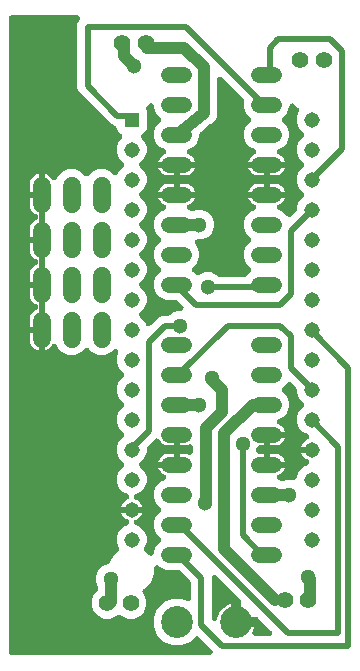
<source format=gbr>
G04 EAGLE Gerber RS-274X export*
G75*
%MOMM*%
%FSLAX34Y34*%
%LPD*%
%INBottom Copper*%
%IPPOS*%
%AMOC8*
5,1,8,0,0,1.08239X$1,22.5*%
G01*
%ADD10R,1.308000X1.308000*%
%ADD11C,1.308000*%
%ADD12C,2.700000*%
%ADD13C,1.320800*%
%ADD14C,1.524000*%
%ADD15C,1.408000*%
%ADD16C,0.508000*%
%ADD17C,1.300000*%
%ADD18C,1.016000*%

G36*
X180539Y10172D02*
X180539Y10172D01*
X180669Y10174D01*
X180763Y10192D01*
X180858Y10201D01*
X180984Y10235D01*
X181111Y10260D01*
X181201Y10294D01*
X181293Y10319D01*
X181410Y10375D01*
X181531Y10422D01*
X181613Y10472D01*
X181699Y10513D01*
X181805Y10588D01*
X181916Y10656D01*
X181988Y10719D01*
X182065Y10775D01*
X182156Y10868D01*
X182253Y10954D01*
X182313Y11029D01*
X182379Y11097D01*
X182452Y11205D01*
X182533Y11307D01*
X182578Y11391D01*
X182632Y11470D01*
X182684Y11589D01*
X182746Y11704D01*
X182775Y11795D01*
X182814Y11882D01*
X182845Y12009D01*
X182885Y12132D01*
X182898Y12227D01*
X182920Y12320D01*
X182928Y12449D01*
X182946Y12578D01*
X182942Y12674D01*
X182948Y12769D01*
X182933Y12898D01*
X182928Y13028D01*
X182907Y13121D01*
X182896Y13216D01*
X182858Y13341D01*
X182830Y13468D01*
X182793Y13556D01*
X182766Y13647D01*
X182707Y13763D01*
X182657Y13883D01*
X182605Y13964D01*
X182561Y14049D01*
X182483Y14152D01*
X182412Y14261D01*
X182326Y14359D01*
X182289Y14407D01*
X182257Y14438D01*
X182205Y14496D01*
X171353Y25348D01*
X171326Y25370D01*
X171303Y25396D01*
X171154Y25514D01*
X171008Y25637D01*
X170977Y25654D01*
X170950Y25675D01*
X170782Y25765D01*
X170617Y25860D01*
X170584Y25872D01*
X170553Y25888D01*
X170372Y25947D01*
X170192Y26011D01*
X170158Y26017D01*
X170125Y26027D01*
X169937Y26053D01*
X169748Y26084D01*
X169713Y26084D01*
X169679Y26089D01*
X169489Y26081D01*
X169298Y26078D01*
X169264Y26072D01*
X169229Y26070D01*
X169043Y26029D01*
X168856Y25993D01*
X168823Y25980D01*
X168790Y25973D01*
X168614Y25899D01*
X168436Y25831D01*
X168406Y25812D01*
X168374Y25799D01*
X168214Y25696D01*
X168051Y25597D01*
X168025Y25574D01*
X167996Y25555D01*
X167762Y25348D01*
X163901Y21487D01*
X156698Y18503D01*
X148902Y18503D01*
X141699Y21487D01*
X136187Y26999D01*
X133203Y34202D01*
X133203Y41998D01*
X136187Y49201D01*
X141699Y54713D01*
X148902Y57697D01*
X156698Y57697D01*
X161207Y55829D01*
X161286Y55804D01*
X161361Y55771D01*
X161500Y55737D01*
X161637Y55694D01*
X161719Y55684D01*
X161799Y55664D01*
X161941Y55656D01*
X162084Y55637D01*
X162166Y55642D01*
X162248Y55637D01*
X162390Y55653D01*
X162533Y55660D01*
X162613Y55679D01*
X162695Y55689D01*
X162833Y55730D01*
X162972Y55763D01*
X163047Y55795D01*
X163126Y55819D01*
X163254Y55884D01*
X163385Y55941D01*
X163454Y55986D01*
X163528Y56023D01*
X163642Y56110D01*
X163761Y56189D01*
X163821Y56246D01*
X163886Y56295D01*
X163983Y56401D01*
X164087Y56499D01*
X164136Y56566D01*
X164192Y56626D01*
X164269Y56747D01*
X164353Y56863D01*
X164389Y56937D01*
X164433Y57006D01*
X164488Y57139D01*
X164551Y57267D01*
X164573Y57347D01*
X164604Y57423D01*
X164634Y57563D01*
X164674Y57700D01*
X164682Y57782D01*
X164699Y57863D01*
X164714Y58109D01*
X164718Y58149D01*
X164717Y58159D01*
X164718Y58175D01*
X164718Y70936D01*
X164704Y71099D01*
X164697Y71264D01*
X164684Y71323D01*
X164678Y71384D01*
X164635Y71543D01*
X164599Y71703D01*
X164576Y71760D01*
X164560Y71819D01*
X164489Y71967D01*
X164426Y72119D01*
X164393Y72170D01*
X164366Y72225D01*
X164271Y72359D01*
X164181Y72497D01*
X164130Y72555D01*
X164104Y72591D01*
X164061Y72634D01*
X163975Y72731D01*
X154900Y81806D01*
X154774Y81911D01*
X154653Y82023D01*
X154602Y82055D01*
X154555Y82094D01*
X154412Y82176D01*
X154273Y82264D01*
X154217Y82288D01*
X154164Y82318D01*
X154009Y82373D01*
X153857Y82435D01*
X153797Y82448D01*
X153740Y82469D01*
X153577Y82495D01*
X153417Y82530D01*
X153340Y82535D01*
X153295Y82542D01*
X153234Y82541D01*
X153105Y82549D01*
X143270Y82549D01*
X138602Y84483D01*
X137686Y85399D01*
X137586Y85482D01*
X137493Y85573D01*
X137413Y85627D01*
X137340Y85688D01*
X137227Y85752D01*
X137120Y85825D01*
X137032Y85864D01*
X136949Y85911D01*
X136827Y85955D01*
X136708Y86007D01*
X136615Y86030D01*
X136525Y86062D01*
X136397Y86083D01*
X136270Y86114D01*
X136175Y86120D01*
X136081Y86136D01*
X135951Y86134D01*
X135821Y86142D01*
X135726Y86131D01*
X135630Y86129D01*
X135503Y86105D01*
X135374Y86090D01*
X135282Y86062D01*
X135188Y86044D01*
X135067Y85997D01*
X134943Y85959D01*
X134857Y85916D01*
X134768Y85882D01*
X134657Y85814D01*
X134541Y85755D01*
X134465Y85697D01*
X134384Y85648D01*
X134286Y85562D01*
X134183Y85483D01*
X134118Y85413D01*
X134046Y85349D01*
X133966Y85248D01*
X133877Y85152D01*
X133826Y85071D01*
X133767Y84996D01*
X133705Y84882D01*
X133636Y84772D01*
X133599Y84684D01*
X133554Y84600D01*
X133514Y84476D01*
X133465Y84356D01*
X133445Y84262D01*
X133415Y84171D01*
X133397Y84043D01*
X133370Y83915D01*
X133362Y83785D01*
X133354Y83725D01*
X133355Y83681D01*
X133351Y83603D01*
X133351Y78761D01*
X130450Y71759D01*
X125091Y66400D01*
X124985Y66356D01*
X124912Y66317D01*
X124835Y66288D01*
X124713Y66213D01*
X124586Y66147D01*
X124521Y66097D01*
X124451Y66054D01*
X124344Y65959D01*
X124230Y65871D01*
X124175Y65810D01*
X124113Y65756D01*
X124025Y65644D01*
X123929Y65537D01*
X123885Y65467D01*
X123834Y65403D01*
X123766Y65277D01*
X123691Y65155D01*
X123660Y65078D01*
X123621Y65006D01*
X123577Y64870D01*
X123524Y64737D01*
X123508Y64656D01*
X123482Y64577D01*
X123463Y64436D01*
X123434Y64295D01*
X123432Y64213D01*
X123421Y64131D01*
X123427Y63988D01*
X123423Y63845D01*
X123436Y63764D01*
X123439Y63682D01*
X123470Y63542D01*
X123492Y63400D01*
X123519Y63322D01*
X123537Y63242D01*
X123592Y63110D01*
X123638Y62975D01*
X123678Y62903D01*
X123710Y62827D01*
X123788Y62706D01*
X123858Y62581D01*
X123910Y62518D01*
X123955Y62448D01*
X124118Y62263D01*
X124143Y62233D01*
X124151Y62226D01*
X124161Y62214D01*
X124896Y61480D01*
X126896Y56652D01*
X126896Y51425D01*
X124896Y46597D01*
X121200Y42902D01*
X116372Y40902D01*
X111146Y40902D01*
X106318Y42902D01*
X105555Y43665D01*
X105528Y43687D01*
X105505Y43713D01*
X105356Y43831D01*
X105209Y43954D01*
X105179Y43971D01*
X105152Y43992D01*
X104984Y44083D01*
X104818Y44177D01*
X104786Y44189D01*
X104755Y44205D01*
X104574Y44264D01*
X104394Y44328D01*
X104360Y44334D01*
X104327Y44344D01*
X104138Y44370D01*
X103950Y44401D01*
X103915Y44401D01*
X103881Y44406D01*
X103690Y44398D01*
X103499Y44395D01*
X103465Y44389D01*
X103431Y44387D01*
X103245Y44346D01*
X103057Y44310D01*
X103025Y44297D01*
X102991Y44290D01*
X102815Y44216D01*
X102637Y44147D01*
X102608Y44129D01*
X102576Y44116D01*
X102416Y44013D01*
X102253Y43914D01*
X102227Y43891D01*
X102198Y43872D01*
X101963Y43665D01*
X101200Y42902D01*
X96372Y40902D01*
X91146Y40902D01*
X86318Y42902D01*
X82622Y46597D01*
X80622Y51425D01*
X80622Y56652D01*
X82622Y61480D01*
X85235Y64092D01*
X85340Y64218D01*
X85452Y64339D01*
X85484Y64391D01*
X85523Y64438D01*
X85605Y64580D01*
X85693Y64719D01*
X85717Y64776D01*
X85747Y64828D01*
X85802Y64983D01*
X85864Y65136D01*
X85877Y65195D01*
X85898Y65253D01*
X85924Y65415D01*
X85959Y65576D01*
X85964Y65653D01*
X85971Y65697D01*
X85970Y65758D01*
X85978Y65888D01*
X85978Y66514D01*
X85968Y66630D01*
X85968Y66747D01*
X85948Y66854D01*
X85938Y66962D01*
X85908Y67075D01*
X85887Y67190D01*
X85836Y67336D01*
X85820Y67396D01*
X85804Y67429D01*
X85785Y67485D01*
X83923Y71980D01*
X83923Y76991D01*
X85841Y81621D01*
X89385Y85165D01*
X94057Y87100D01*
X94072Y87101D01*
X94283Y87118D01*
X94296Y87121D01*
X94309Y87122D01*
X94514Y87178D01*
X94718Y87232D01*
X94730Y87237D01*
X94743Y87241D01*
X94934Y87331D01*
X95127Y87421D01*
X95138Y87428D01*
X95150Y87434D01*
X95321Y87557D01*
X95496Y87679D01*
X95505Y87688D01*
X95516Y87696D01*
X95664Y87848D01*
X95813Y87999D01*
X95821Y88009D01*
X95830Y88019D01*
X95948Y88194D01*
X96069Y88369D01*
X96076Y88383D01*
X96082Y88392D01*
X96098Y88428D01*
X96206Y88650D01*
X98150Y93341D01*
X102977Y98169D01*
X103114Y98333D01*
X103251Y98493D01*
X103257Y98504D01*
X103266Y98514D01*
X103371Y98699D01*
X103478Y98881D01*
X103483Y98894D01*
X103489Y98905D01*
X103560Y99104D01*
X103633Y99304D01*
X103636Y99317D01*
X103640Y99329D01*
X103675Y99539D01*
X103711Y99747D01*
X103711Y99760D01*
X103714Y99774D01*
X103711Y99987D01*
X103710Y100198D01*
X103708Y100210D01*
X103707Y100224D01*
X103667Y100433D01*
X103629Y100641D01*
X103624Y100655D01*
X103622Y100666D01*
X103608Y100703D01*
X103527Y100936D01*
X101663Y105436D01*
X101663Y110464D01*
X103587Y115108D01*
X107142Y118663D01*
X110882Y120212D01*
X110886Y120214D01*
X110890Y120215D01*
X111084Y120318D01*
X111281Y120421D01*
X111285Y120423D01*
X111288Y120425D01*
X111460Y120559D01*
X111637Y120696D01*
X111640Y120700D01*
X111644Y120702D01*
X111791Y120867D01*
X111939Y121031D01*
X111941Y121034D01*
X111944Y121037D01*
X112062Y121228D01*
X112177Y121413D01*
X112179Y121417D01*
X112181Y121421D01*
X112262Y121626D01*
X112344Y121831D01*
X112344Y121836D01*
X112346Y121839D01*
X112389Y122055D01*
X112434Y122272D01*
X112434Y122277D01*
X112435Y122281D01*
X112439Y122502D01*
X112445Y122723D01*
X112444Y122727D01*
X112444Y122731D01*
X112410Y122948D01*
X112376Y123168D01*
X112374Y123172D01*
X112374Y123176D01*
X112301Y123384D01*
X112229Y123593D01*
X112227Y123597D01*
X112226Y123601D01*
X112119Y123792D01*
X112010Y123987D01*
X112007Y123990D01*
X112005Y123994D01*
X111866Y124162D01*
X111725Y124335D01*
X111721Y124338D01*
X111719Y124341D01*
X111552Y124483D01*
X111382Y124627D01*
X111379Y124630D01*
X111375Y124632D01*
X111188Y124741D01*
X110994Y124855D01*
X110990Y124856D01*
X110986Y124858D01*
X110886Y124898D01*
X109541Y125583D01*
X108384Y126424D01*
X107374Y127434D01*
X106533Y128591D01*
X105885Y129864D01*
X105577Y130811D01*
X114300Y130811D01*
X123023Y130811D01*
X122715Y129864D01*
X122067Y128591D01*
X121226Y127434D01*
X120216Y126424D01*
X119059Y125583D01*
X117641Y124861D01*
X117490Y124797D01*
X117487Y124794D01*
X117483Y124793D01*
X117301Y124672D01*
X117114Y124550D01*
X117111Y124547D01*
X117107Y124544D01*
X116942Y124387D01*
X116787Y124240D01*
X116784Y124237D01*
X116781Y124234D01*
X116648Y124052D01*
X116520Y123878D01*
X116518Y123874D01*
X116515Y123870D01*
X116419Y123673D01*
X116321Y123474D01*
X116320Y123469D01*
X116318Y123466D01*
X116258Y123256D01*
X116196Y123041D01*
X116196Y123037D01*
X116195Y123033D01*
X116173Y122812D01*
X116150Y122593D01*
X116151Y122589D01*
X116150Y122585D01*
X116168Y122356D01*
X116184Y122144D01*
X116185Y122140D01*
X116186Y122136D01*
X116241Y121924D01*
X116297Y121708D01*
X116299Y121704D01*
X116300Y121700D01*
X116390Y121504D01*
X116484Y121299D01*
X116487Y121295D01*
X116489Y121291D01*
X116615Y121111D01*
X116742Y120929D01*
X116745Y120926D01*
X116747Y120923D01*
X116904Y120766D01*
X117060Y120611D01*
X117063Y120608D01*
X117066Y120605D01*
X117252Y120477D01*
X117430Y120354D01*
X117433Y120352D01*
X117437Y120349D01*
X117718Y120212D01*
X121458Y118663D01*
X125013Y115108D01*
X126937Y110464D01*
X126937Y105436D01*
X125073Y100936D01*
X125009Y100733D01*
X124944Y100532D01*
X124942Y100519D01*
X124938Y100506D01*
X124911Y100296D01*
X124882Y100086D01*
X124883Y100073D01*
X124881Y100060D01*
X124892Y99849D01*
X124901Y99636D01*
X124903Y99623D01*
X124904Y99610D01*
X124952Y99404D01*
X124998Y99197D01*
X125003Y99184D01*
X125006Y99172D01*
X125090Y98976D01*
X125172Y98781D01*
X125179Y98770D01*
X125184Y98758D01*
X125301Y98581D01*
X125416Y98403D01*
X125427Y98391D01*
X125432Y98382D01*
X125460Y98354D01*
X125623Y98169D01*
X128760Y95031D01*
X128860Y94948D01*
X128953Y94857D01*
X129033Y94804D01*
X129106Y94742D01*
X129219Y94678D01*
X129326Y94605D01*
X129414Y94566D01*
X129497Y94519D01*
X129619Y94476D01*
X129738Y94423D01*
X129831Y94400D01*
X129921Y94368D01*
X130049Y94347D01*
X130176Y94316D01*
X130271Y94310D01*
X130365Y94295D01*
X130495Y94297D01*
X130625Y94289D01*
X130720Y94300D01*
X130816Y94301D01*
X130943Y94326D01*
X131072Y94341D01*
X131164Y94368D01*
X131258Y94386D01*
X131379Y94433D01*
X131503Y94471D01*
X131589Y94514D01*
X131678Y94549D01*
X131789Y94616D01*
X131905Y94675D01*
X131981Y94733D01*
X132062Y94783D01*
X132160Y94869D01*
X132263Y94947D01*
X132328Y95017D01*
X132400Y95081D01*
X132480Y95183D01*
X132569Y95278D01*
X132620Y95359D01*
X132679Y95434D01*
X132740Y95548D01*
X132810Y95658D01*
X132847Y95747D01*
X132892Y95831D01*
X132932Y95954D01*
X132981Y96075D01*
X133001Y96168D01*
X133031Y96259D01*
X133049Y96388D01*
X133076Y96515D01*
X133084Y96645D01*
X133092Y96705D01*
X133091Y96750D01*
X133095Y96827D01*
X133095Y97776D01*
X135029Y102444D01*
X138739Y106154D01*
X138761Y106181D01*
X138787Y106204D01*
X138905Y106353D01*
X139028Y106500D01*
X139045Y106530D01*
X139067Y106557D01*
X139157Y106725D01*
X139251Y106891D01*
X139263Y106923D01*
X139279Y106954D01*
X139338Y107135D01*
X139402Y107315D01*
X139408Y107349D01*
X139418Y107382D01*
X139444Y107571D01*
X139475Y107759D01*
X139475Y107794D01*
X139480Y107828D01*
X139472Y108019D01*
X139469Y108209D01*
X139463Y108244D01*
X139461Y108278D01*
X139420Y108464D01*
X139384Y108652D01*
X139371Y108684D01*
X139364Y108718D01*
X139290Y108894D01*
X139222Y109072D01*
X139204Y109101D01*
X139190Y109133D01*
X139087Y109294D01*
X138988Y109456D01*
X138965Y109482D01*
X138946Y109511D01*
X138739Y109746D01*
X135029Y113456D01*
X133095Y118124D01*
X133095Y123176D01*
X135029Y127844D01*
X138739Y131554D01*
X138761Y131581D01*
X138787Y131604D01*
X138905Y131753D01*
X139028Y131900D01*
X139045Y131930D01*
X139067Y131957D01*
X139157Y132125D01*
X139251Y132291D01*
X139263Y132323D01*
X139279Y132354D01*
X139338Y132535D01*
X139402Y132715D01*
X139408Y132749D01*
X139418Y132782D01*
X139444Y132971D01*
X139475Y133159D01*
X139475Y133194D01*
X139480Y133228D01*
X139472Y133419D01*
X139469Y133609D01*
X139463Y133644D01*
X139461Y133678D01*
X139420Y133864D01*
X139384Y134052D01*
X139371Y134084D01*
X139364Y134118D01*
X139290Y134294D01*
X139222Y134472D01*
X139204Y134501D01*
X139190Y134533D01*
X139087Y134694D01*
X138988Y134856D01*
X138965Y134882D01*
X138946Y134911D01*
X138739Y135146D01*
X135029Y138856D01*
X133095Y143524D01*
X133095Y148576D01*
X135029Y153244D01*
X138602Y156817D01*
X142211Y158312D01*
X142238Y158326D01*
X142267Y158336D01*
X142438Y158431D01*
X142610Y158521D01*
X142634Y158539D01*
X142661Y158554D01*
X142813Y158677D01*
X142966Y158797D01*
X142987Y158819D01*
X143010Y158838D01*
X143138Y158987D01*
X143268Y159131D01*
X143284Y159157D01*
X143304Y159180D01*
X143403Y159348D01*
X143506Y159513D01*
X143517Y159541D01*
X143533Y159568D01*
X143600Y159750D01*
X143673Y159931D01*
X143679Y159961D01*
X143689Y159990D01*
X143724Y160181D01*
X143763Y160373D01*
X143764Y160403D01*
X143769Y160433D01*
X143769Y160627D01*
X143774Y160823D01*
X143769Y160853D01*
X143769Y160883D01*
X143735Y161074D01*
X143705Y161268D01*
X143695Y161297D01*
X143689Y161326D01*
X143622Y161509D01*
X143558Y161694D01*
X143544Y161720D01*
X143533Y161749D01*
X143434Y161917D01*
X143339Y162087D01*
X143320Y162110D01*
X143304Y162136D01*
X143177Y162284D01*
X143054Y162435D01*
X143031Y162455D01*
X143011Y162478D01*
X142860Y162601D01*
X142711Y162728D01*
X142685Y162743D01*
X142662Y162762D01*
X142392Y162921D01*
X141003Y163629D01*
X139839Y164475D01*
X138821Y165493D01*
X137975Y166657D01*
X137321Y167940D01*
X137006Y168911D01*
X152400Y168911D01*
X152434Y168914D01*
X152469Y168912D01*
X152658Y168934D01*
X152848Y168950D01*
X152882Y168960D01*
X152916Y168964D01*
X153099Y169019D01*
X153283Y169069D01*
X153314Y169084D01*
X153347Y169094D01*
X153518Y169181D01*
X153689Y169262D01*
X153717Y169283D01*
X153748Y169298D01*
X153900Y169413D01*
X154055Y169525D01*
X154079Y169549D01*
X154107Y169570D01*
X154107Y169571D01*
X154236Y169710D01*
X154369Y169847D01*
X154370Y169848D01*
X154389Y169876D01*
X154413Y169902D01*
X154515Y170063D01*
X154622Y170221D01*
X154636Y170252D01*
X154654Y170282D01*
X154727Y170458D01*
X154804Y170633D01*
X154812Y170666D01*
X154825Y170698D01*
X154866Y170885D01*
X154911Y171070D01*
X154913Y171104D01*
X154920Y171138D01*
X154939Y171450D01*
X154939Y180595D01*
X159724Y180595D01*
X161146Y180370D01*
X162553Y179912D01*
X162655Y179871D01*
X162822Y179797D01*
X162864Y179787D01*
X162904Y179771D01*
X163082Y179734D01*
X163259Y179691D01*
X163302Y179688D01*
X163345Y179679D01*
X163527Y179674D01*
X163709Y179663D01*
X163752Y179668D01*
X163795Y179667D01*
X163975Y179694D01*
X164156Y179715D01*
X164197Y179728D01*
X164240Y179734D01*
X164413Y179793D01*
X164587Y179845D01*
X164626Y179865D01*
X164667Y179879D01*
X164826Y179967D01*
X164988Y180050D01*
X165023Y180076D01*
X165061Y180097D01*
X165202Y180212D01*
X165347Y180322D01*
X165376Y180354D01*
X165410Y180381D01*
X165529Y180519D01*
X165652Y180653D01*
X165675Y180690D01*
X165704Y180722D01*
X165796Y180879D01*
X165894Y181033D01*
X165910Y181073D01*
X165932Y181110D01*
X165996Y181281D01*
X166065Y181449D01*
X166074Y181492D01*
X166089Y181532D01*
X166121Y181711D01*
X166160Y181889D01*
X166163Y181943D01*
X166169Y181976D01*
X166169Y182038D01*
X166179Y182201D01*
X166179Y186099D01*
X166163Y186280D01*
X166153Y186462D01*
X166143Y186504D01*
X166139Y186547D01*
X166091Y186723D01*
X166049Y186900D01*
X166032Y186940D01*
X166020Y186982D01*
X165942Y187145D01*
X165870Y187313D01*
X165846Y187349D01*
X165827Y187388D01*
X165721Y187536D01*
X165620Y187688D01*
X165590Y187719D01*
X165565Y187754D01*
X165434Y187881D01*
X165308Y188012D01*
X165273Y188038D01*
X165242Y188068D01*
X165091Y188170D01*
X164944Y188277D01*
X164905Y188296D01*
X164869Y188320D01*
X164703Y188394D01*
X164539Y188473D01*
X164497Y188485D01*
X164457Y188503D01*
X164280Y188546D01*
X164105Y188595D01*
X164062Y188599D01*
X164020Y188609D01*
X163838Y188620D01*
X163657Y188638D01*
X163614Y188634D01*
X163570Y188637D01*
X163390Y188616D01*
X163208Y188601D01*
X163166Y188590D01*
X163123Y188585D01*
X162949Y188532D01*
X162773Y188486D01*
X162724Y188464D01*
X162692Y188455D01*
X162636Y188426D01*
X162533Y188381D01*
X161146Y187930D01*
X159724Y187705D01*
X154939Y187705D01*
X154939Y196850D01*
X154936Y196884D01*
X154938Y196919D01*
X154916Y197108D01*
X154899Y197298D01*
X154890Y197332D01*
X154886Y197366D01*
X154831Y197549D01*
X154781Y197733D01*
X154766Y197764D01*
X154756Y197797D01*
X154669Y197968D01*
X154588Y198139D01*
X154567Y198167D01*
X154552Y198198D01*
X154437Y198350D01*
X154325Y198505D01*
X154301Y198529D01*
X154280Y198557D01*
X154140Y198686D01*
X154003Y198819D01*
X153974Y198839D01*
X153949Y198862D01*
X153788Y198965D01*
X153630Y199071D01*
X153598Y199085D01*
X153569Y199104D01*
X153392Y199176D01*
X153218Y199254D01*
X153184Y199262D01*
X153152Y199275D01*
X152966Y199315D01*
X152780Y199360D01*
X152746Y199362D01*
X152712Y199370D01*
X152400Y199389D01*
X152365Y199386D01*
X152331Y199388D01*
X152141Y199366D01*
X151951Y199349D01*
X151918Y199340D01*
X151884Y199336D01*
X151701Y199281D01*
X151517Y199230D01*
X151486Y199216D01*
X151453Y199206D01*
X151282Y199119D01*
X151110Y199037D01*
X151082Y199017D01*
X151051Y199001D01*
X150899Y198886D01*
X150744Y198775D01*
X150720Y198750D01*
X150692Y198729D01*
X150563Y198589D01*
X150430Y198452D01*
X150411Y198424D01*
X150387Y198398D01*
X150285Y198237D01*
X150178Y198079D01*
X150164Y198048D01*
X150145Y198018D01*
X150073Y197842D01*
X149996Y197667D01*
X149988Y197634D01*
X149975Y197602D01*
X149934Y197415D01*
X149889Y197230D01*
X149887Y197196D01*
X149880Y197162D01*
X149861Y196850D01*
X149861Y187705D01*
X145076Y187705D01*
X143654Y187930D01*
X142286Y188375D01*
X141003Y189029D01*
X139839Y189875D01*
X138821Y190893D01*
X137975Y192057D01*
X137933Y192138D01*
X137823Y192315D01*
X137715Y192492D01*
X137703Y192505D01*
X137694Y192520D01*
X137555Y192673D01*
X137417Y192829D01*
X137403Y192840D01*
X137391Y192853D01*
X137227Y192980D01*
X137064Y193109D01*
X137048Y193117D01*
X137035Y193128D01*
X136850Y193223D01*
X136667Y193321D01*
X136650Y193327D01*
X136635Y193335D01*
X136436Y193396D01*
X136239Y193461D01*
X136221Y193463D01*
X136205Y193468D01*
X135998Y193494D01*
X135793Y193522D01*
X135775Y193521D01*
X135758Y193523D01*
X135552Y193512D01*
X135343Y193504D01*
X135326Y193500D01*
X135308Y193499D01*
X135106Y193451D01*
X134903Y193406D01*
X134887Y193399D01*
X134870Y193395D01*
X134679Y193312D01*
X134488Y193232D01*
X134473Y193223D01*
X134457Y193216D01*
X134284Y193101D01*
X134109Y192988D01*
X134094Y192974D01*
X134082Y192967D01*
X134049Y192934D01*
X133875Y192781D01*
X127680Y186586D01*
X127575Y186460D01*
X127463Y186339D01*
X127431Y186288D01*
X127392Y186241D01*
X127310Y186098D01*
X127222Y185959D01*
X127198Y185903D01*
X127168Y185850D01*
X127113Y185695D01*
X127051Y185543D01*
X127038Y185483D01*
X127017Y185426D01*
X126991Y185263D01*
X126956Y185103D01*
X126951Y185026D01*
X126944Y184981D01*
X126945Y184920D01*
X126937Y184791D01*
X126937Y181636D01*
X125013Y176992D01*
X121267Y173246D01*
X121244Y173219D01*
X121218Y173196D01*
X121100Y173047D01*
X120978Y172900D01*
X120960Y172870D01*
X120939Y172843D01*
X120849Y172675D01*
X120754Y172509D01*
X120743Y172477D01*
X120726Y172446D01*
X120667Y172265D01*
X120603Y172085D01*
X120598Y172051D01*
X120587Y172018D01*
X120561Y171829D01*
X120530Y171641D01*
X120530Y171606D01*
X120526Y171572D01*
X120534Y171381D01*
X120536Y171191D01*
X120543Y171156D01*
X120544Y171122D01*
X120585Y170936D01*
X120622Y170748D01*
X120634Y170716D01*
X120642Y170682D01*
X120715Y170506D01*
X120784Y170328D01*
X120802Y170299D01*
X120815Y170267D01*
X120919Y170106D01*
X121018Y169944D01*
X121041Y169918D01*
X121060Y169889D01*
X121267Y169654D01*
X125013Y165908D01*
X126937Y161264D01*
X126937Y156236D01*
X125013Y151592D01*
X121458Y148037D01*
X117718Y146488D01*
X117714Y146486D01*
X117710Y146485D01*
X117514Y146381D01*
X117319Y146279D01*
X117315Y146277D01*
X117312Y146275D01*
X117140Y146141D01*
X116963Y146004D01*
X116960Y146000D01*
X116956Y145998D01*
X116809Y145833D01*
X116661Y145669D01*
X116659Y145666D01*
X116656Y145663D01*
X116538Y145472D01*
X116423Y145287D01*
X116421Y145283D01*
X116419Y145279D01*
X116337Y145072D01*
X116256Y144869D01*
X116256Y144864D01*
X116254Y144861D01*
X116211Y144645D01*
X116166Y144428D01*
X116166Y144423D01*
X116165Y144419D01*
X116161Y144198D01*
X116155Y143977D01*
X116156Y143973D01*
X116156Y143969D01*
X116190Y143752D01*
X116224Y143532D01*
X116226Y143528D01*
X116226Y143524D01*
X116299Y143316D01*
X116371Y143107D01*
X116373Y143103D01*
X116374Y143099D01*
X116481Y142908D01*
X116590Y142713D01*
X116593Y142710D01*
X116595Y142706D01*
X116734Y142538D01*
X116875Y142365D01*
X116879Y142362D01*
X116881Y142359D01*
X117048Y142217D01*
X117218Y142073D01*
X117221Y142070D01*
X117225Y142068D01*
X117412Y141959D01*
X117606Y141845D01*
X117610Y141844D01*
X117614Y141842D01*
X117714Y141802D01*
X119059Y141117D01*
X120216Y140276D01*
X121226Y139266D01*
X122067Y138109D01*
X122715Y136836D01*
X123023Y135889D01*
X114300Y135889D01*
X105577Y135889D01*
X105885Y136836D01*
X106533Y138109D01*
X107374Y139266D01*
X108384Y140276D01*
X109541Y141117D01*
X110959Y141839D01*
X111109Y141903D01*
X111113Y141906D01*
X111117Y141907D01*
X111301Y142029D01*
X111486Y142150D01*
X111489Y142153D01*
X111493Y142156D01*
X111654Y142310D01*
X111813Y142460D01*
X111815Y142463D01*
X111819Y142466D01*
X111949Y142645D01*
X112080Y142822D01*
X112082Y142826D01*
X112085Y142830D01*
X112181Y143027D01*
X112279Y143226D01*
X112280Y143230D01*
X112282Y143234D01*
X112341Y143440D01*
X112404Y143659D01*
X112404Y143663D01*
X112405Y143667D01*
X112427Y143882D01*
X112450Y144107D01*
X112449Y144111D01*
X112450Y144115D01*
X112432Y144336D01*
X112416Y144556D01*
X112415Y144560D01*
X112414Y144564D01*
X112359Y144777D01*
X112303Y144992D01*
X112302Y144996D01*
X112300Y145000D01*
X112208Y145199D01*
X112116Y145401D01*
X112113Y145405D01*
X112111Y145409D01*
X111986Y145587D01*
X111859Y145771D01*
X111855Y145774D01*
X111853Y145777D01*
X111698Y145932D01*
X111540Y146089D01*
X111537Y146092D01*
X111534Y146095D01*
X111352Y146220D01*
X111171Y146346D01*
X111167Y146348D01*
X111163Y146351D01*
X110882Y146488D01*
X107142Y148037D01*
X103587Y151592D01*
X101663Y156236D01*
X101663Y161264D01*
X103587Y165908D01*
X107333Y169654D01*
X107356Y169681D01*
X107382Y169704D01*
X107500Y169853D01*
X107622Y170000D01*
X107640Y170030D01*
X107661Y170057D01*
X107751Y170225D01*
X107846Y170391D01*
X107857Y170423D01*
X107874Y170454D01*
X107933Y170635D01*
X107997Y170815D01*
X108002Y170849D01*
X108013Y170882D01*
X108039Y171071D01*
X108070Y171259D01*
X108070Y171294D01*
X108074Y171328D01*
X108066Y171519D01*
X108064Y171710D01*
X108057Y171744D01*
X108056Y171778D01*
X108015Y171964D01*
X107978Y172152D01*
X107966Y172184D01*
X107958Y172218D01*
X107885Y172393D01*
X107816Y172572D01*
X107798Y172601D01*
X107785Y172633D01*
X107681Y172793D01*
X107582Y172956D01*
X107559Y172982D01*
X107540Y173011D01*
X107333Y173246D01*
X103587Y176992D01*
X101663Y181636D01*
X101663Y186664D01*
X103587Y191308D01*
X107333Y195054D01*
X107356Y195081D01*
X107382Y195104D01*
X107500Y195253D01*
X107622Y195400D01*
X107640Y195430D01*
X107661Y195457D01*
X107751Y195625D01*
X107846Y195791D01*
X107857Y195823D01*
X107874Y195854D01*
X107933Y196035D01*
X107997Y196215D01*
X108002Y196249D01*
X108013Y196282D01*
X108039Y196470D01*
X108070Y196659D01*
X108070Y196694D01*
X108074Y196728D01*
X108066Y196919D01*
X108064Y197110D01*
X108057Y197144D01*
X108056Y197178D01*
X108015Y197364D01*
X107978Y197552D01*
X107966Y197584D01*
X107958Y197618D01*
X107885Y197793D01*
X107816Y197972D01*
X107798Y198001D01*
X107785Y198033D01*
X107681Y198193D01*
X107582Y198356D01*
X107559Y198382D01*
X107540Y198411D01*
X107333Y198646D01*
X103587Y202392D01*
X101663Y207036D01*
X101663Y212064D01*
X103587Y216708D01*
X107333Y220454D01*
X107356Y220481D01*
X107382Y220504D01*
X107500Y220653D01*
X107622Y220800D01*
X107640Y220830D01*
X107661Y220857D01*
X107751Y221025D01*
X107846Y221191D01*
X107857Y221223D01*
X107874Y221254D01*
X107933Y221435D01*
X107997Y221615D01*
X108002Y221649D01*
X108013Y221682D01*
X108039Y221871D01*
X108070Y222059D01*
X108070Y222094D01*
X108074Y222128D01*
X108066Y222319D01*
X108064Y222510D01*
X108057Y222544D01*
X108056Y222578D01*
X108015Y222764D01*
X107978Y222952D01*
X107966Y222984D01*
X107958Y223018D01*
X107885Y223193D01*
X107816Y223372D01*
X107798Y223401D01*
X107785Y223433D01*
X107681Y223593D01*
X107582Y223756D01*
X107559Y223782D01*
X107540Y223811D01*
X107333Y224046D01*
X103587Y227792D01*
X101663Y232436D01*
X101663Y237464D01*
X103587Y242108D01*
X107333Y245854D01*
X107356Y245881D01*
X107382Y245904D01*
X107500Y246053D01*
X107622Y246200D01*
X107640Y246230D01*
X107661Y246257D01*
X107751Y246425D01*
X107846Y246591D01*
X107857Y246623D01*
X107874Y246654D01*
X107933Y246835D01*
X107997Y247015D01*
X108002Y247049D01*
X108013Y247082D01*
X108039Y247271D01*
X108070Y247459D01*
X108070Y247494D01*
X108074Y247528D01*
X108066Y247719D01*
X108064Y247910D01*
X108057Y247944D01*
X108056Y247978D01*
X108015Y248164D01*
X107978Y248352D01*
X107966Y248384D01*
X107958Y248418D01*
X107885Y248593D01*
X107816Y248772D01*
X107798Y248801D01*
X107785Y248833D01*
X107681Y248993D01*
X107582Y249156D01*
X107559Y249182D01*
X107540Y249211D01*
X107333Y249446D01*
X103587Y253192D01*
X101663Y257836D01*
X101663Y262864D01*
X102881Y265804D01*
X102935Y265974D01*
X102994Y266141D01*
X103002Y266188D01*
X103016Y266234D01*
X103038Y266410D01*
X103067Y266585D01*
X103067Y266633D01*
X103073Y266680D01*
X103064Y266858D01*
X103061Y267035D01*
X103052Y267082D01*
X103050Y267130D01*
X103010Y267303D01*
X102976Y267477D01*
X102958Y267522D01*
X102948Y267569D01*
X102878Y267732D01*
X102813Y267897D01*
X102789Y267938D01*
X102770Y267982D01*
X102672Y268131D01*
X102580Y268282D01*
X102548Y268318D01*
X102521Y268358D01*
X102399Y268486D01*
X102281Y268620D01*
X102244Y268649D01*
X102211Y268684D01*
X102068Y268789D01*
X101928Y268899D01*
X101886Y268922D01*
X101847Y268950D01*
X101688Y269028D01*
X101531Y269112D01*
X101486Y269126D01*
X101443Y269147D01*
X101272Y269196D01*
X101103Y269251D01*
X101056Y269257D01*
X101010Y269270D01*
X100833Y269288D01*
X100657Y269312D01*
X100609Y269310D01*
X100562Y269315D01*
X100385Y269301D01*
X100207Y269294D01*
X100160Y269283D01*
X100113Y269280D01*
X99941Y269235D01*
X99768Y269196D01*
X99724Y269178D01*
X99677Y269166D01*
X99516Y269091D01*
X99352Y269023D01*
X99312Y268997D01*
X99269Y268977D01*
X99123Y268875D01*
X98974Y268778D01*
X98930Y268739D01*
X98900Y268718D01*
X98855Y268673D01*
X98740Y268571D01*
X96670Y266502D01*
X91628Y264413D01*
X86172Y264413D01*
X81130Y266502D01*
X77996Y269636D01*
X77969Y269658D01*
X77946Y269684D01*
X77797Y269802D01*
X77650Y269925D01*
X77620Y269942D01*
X77593Y269964D01*
X77425Y270054D01*
X77259Y270148D01*
X77227Y270160D01*
X77196Y270176D01*
X77015Y270235D01*
X76835Y270299D01*
X76801Y270305D01*
X76768Y270315D01*
X76579Y270342D01*
X76391Y270373D01*
X76356Y270372D01*
X76322Y270377D01*
X76131Y270369D01*
X75941Y270367D01*
X75906Y270360D01*
X75872Y270359D01*
X75686Y270317D01*
X75498Y270281D01*
X75466Y270268D01*
X75432Y270261D01*
X75256Y270187D01*
X75078Y270119D01*
X75049Y270101D01*
X75017Y270087D01*
X74856Y269984D01*
X74694Y269885D01*
X74668Y269862D01*
X74639Y269843D01*
X74404Y269636D01*
X71270Y266501D01*
X66228Y264413D01*
X60772Y264413D01*
X55730Y266501D01*
X51871Y270360D01*
X51117Y272182D01*
X51091Y272232D01*
X51071Y272285D01*
X50986Y272432D01*
X50908Y272581D01*
X50874Y272626D01*
X50845Y272675D01*
X50736Y272804D01*
X50632Y272937D01*
X50591Y272975D01*
X50554Y273018D01*
X50424Y273126D01*
X50298Y273239D01*
X50250Y273269D01*
X50207Y273305D01*
X50059Y273388D01*
X49916Y273477D01*
X49864Y273498D01*
X49814Y273525D01*
X49655Y273581D01*
X49498Y273644D01*
X49442Y273655D01*
X49389Y273673D01*
X49222Y273700D01*
X49056Y273734D01*
X49000Y273735D01*
X48944Y273744D01*
X48775Y273740D01*
X48606Y273744D01*
X48551Y273736D01*
X48494Y273735D01*
X48329Y273702D01*
X48161Y273676D01*
X48108Y273657D01*
X48053Y273646D01*
X47896Y273584D01*
X47736Y273529D01*
X47686Y273502D01*
X47634Y273481D01*
X47490Y273392D01*
X47342Y273310D01*
X47299Y273274D01*
X47251Y273245D01*
X47125Y273132D01*
X46994Y273025D01*
X46957Y272982D01*
X46915Y272944D01*
X46716Y272703D01*
X45850Y271511D01*
X44719Y270380D01*
X43425Y269440D01*
X42000Y268714D01*
X40639Y268271D01*
X40639Y285750D01*
X40639Y323850D01*
X40639Y361950D01*
X40639Y400050D01*
X40639Y417529D01*
X42000Y417086D01*
X43425Y416360D01*
X44719Y415420D01*
X45850Y414289D01*
X46716Y413097D01*
X46754Y413054D01*
X46785Y413007D01*
X46901Y412885D01*
X47012Y412758D01*
X47056Y412722D01*
X47095Y412681D01*
X47231Y412582D01*
X47364Y412476D01*
X47413Y412449D01*
X47459Y412416D01*
X47610Y412342D01*
X47759Y412260D01*
X47813Y412243D01*
X47863Y412218D01*
X48026Y412172D01*
X48186Y412118D01*
X48242Y412110D01*
X48296Y412095D01*
X48465Y412078D01*
X48632Y412054D01*
X48688Y412056D01*
X48744Y412050D01*
X48913Y412064D01*
X49082Y412069D01*
X49137Y412081D01*
X49193Y412086D01*
X49357Y412128D01*
X49522Y412164D01*
X49574Y412185D01*
X49629Y412200D01*
X49782Y412271D01*
X49939Y412335D01*
X49986Y412365D01*
X50038Y412389D01*
X50176Y412486D01*
X50319Y412577D01*
X50360Y412615D01*
X50406Y412647D01*
X50525Y412767D01*
X50650Y412882D01*
X50684Y412927D01*
X50724Y412966D01*
X50820Y413106D01*
X50922Y413240D01*
X50947Y413290D01*
X50980Y413337D01*
X51117Y413618D01*
X51871Y415440D01*
X55730Y419299D01*
X60772Y421387D01*
X66228Y421387D01*
X71270Y419299D01*
X74404Y416164D01*
X74431Y416142D01*
X74454Y416116D01*
X74603Y415998D01*
X74750Y415875D01*
X74780Y415858D01*
X74807Y415836D01*
X74975Y415746D01*
X75141Y415652D01*
X75173Y415640D01*
X75204Y415624D01*
X75385Y415565D01*
X75565Y415501D01*
X75599Y415495D01*
X75632Y415485D01*
X75821Y415459D01*
X76009Y415427D01*
X76044Y415428D01*
X76078Y415423D01*
X76269Y415431D01*
X76460Y415433D01*
X76494Y415440D01*
X76528Y415441D01*
X76714Y415483D01*
X76902Y415519D01*
X76934Y415532D01*
X76968Y415539D01*
X77143Y415612D01*
X77322Y415681D01*
X77351Y415699D01*
X77383Y415713D01*
X77543Y415816D01*
X77706Y415915D01*
X77732Y415938D01*
X77761Y415957D01*
X77996Y416164D01*
X81130Y419298D01*
X86172Y421387D01*
X91628Y421387D01*
X96670Y419299D01*
X98695Y417273D01*
X98759Y417220D01*
X98815Y417161D01*
X98931Y417076D01*
X99041Y416984D01*
X99112Y416943D01*
X99179Y416895D01*
X99308Y416832D01*
X99432Y416761D01*
X99509Y416733D01*
X99583Y416697D01*
X99721Y416658D01*
X99856Y416610D01*
X99937Y416597D01*
X100016Y416574D01*
X100159Y416560D01*
X100300Y416536D01*
X100383Y416538D01*
X100465Y416529D01*
X100607Y416541D01*
X100750Y416543D01*
X100831Y416558D01*
X100913Y416565D01*
X101052Y416601D01*
X101192Y416628D01*
X101269Y416658D01*
X101349Y416679D01*
X101479Y416739D01*
X101612Y416790D01*
X101683Y416833D01*
X101758Y416868D01*
X101875Y416950D01*
X101997Y417024D01*
X102059Y417079D01*
X102126Y417126D01*
X102227Y417228D01*
X102335Y417323D01*
X102386Y417387D01*
X102444Y417446D01*
X102525Y417564D01*
X102614Y417676D01*
X102653Y417748D01*
X102700Y417816D01*
X102808Y418038D01*
X102827Y418073D01*
X102830Y418083D01*
X102837Y418097D01*
X103587Y419908D01*
X107333Y423654D01*
X107356Y423681D01*
X107382Y423704D01*
X107500Y423853D01*
X107622Y424000D01*
X107640Y424030D01*
X107661Y424057D01*
X107751Y424225D01*
X107846Y424391D01*
X107857Y424423D01*
X107874Y424454D01*
X107933Y424635D01*
X107997Y424815D01*
X108002Y424849D01*
X108013Y424882D01*
X108039Y425070D01*
X108070Y425259D01*
X108070Y425294D01*
X108074Y425328D01*
X108066Y425519D01*
X108064Y425710D01*
X108057Y425744D01*
X108056Y425778D01*
X108015Y425964D01*
X107978Y426152D01*
X107966Y426184D01*
X107958Y426218D01*
X107885Y426393D01*
X107816Y426572D01*
X107798Y426601D01*
X107785Y426633D01*
X107681Y426793D01*
X107582Y426956D01*
X107559Y426982D01*
X107540Y427011D01*
X107333Y427246D01*
X103587Y430992D01*
X101663Y435636D01*
X101663Y440664D01*
X103587Y445308D01*
X105730Y447451D01*
X105783Y447515D01*
X105843Y447571D01*
X105927Y447687D01*
X106019Y447797D01*
X106060Y447868D01*
X106109Y447935D01*
X106172Y448063D01*
X106243Y448188D01*
X106270Y448265D01*
X106306Y448339D01*
X106345Y448477D01*
X106393Y448612D01*
X106407Y448693D01*
X106429Y448773D01*
X106444Y448915D01*
X106467Y449056D01*
X106466Y449138D01*
X106474Y449221D01*
X106463Y449363D01*
X106461Y449506D01*
X106445Y449587D01*
X106439Y449669D01*
X106402Y449808D01*
X106375Y449948D01*
X106346Y450025D01*
X106325Y450105D01*
X106265Y450235D01*
X106213Y450368D01*
X106170Y450439D01*
X106136Y450514D01*
X106053Y450631D01*
X105979Y450753D01*
X105925Y450815D01*
X105877Y450882D01*
X105776Y450983D01*
X105681Y451091D01*
X105616Y451142D01*
X105558Y451200D01*
X105440Y451281D01*
X105328Y451370D01*
X105255Y451409D01*
X105187Y451456D01*
X104966Y451564D01*
X104931Y451583D01*
X104921Y451586D01*
X104907Y451593D01*
X104307Y451841D01*
X102591Y453556D01*
X101663Y455797D01*
X101663Y455917D01*
X101644Y456128D01*
X101628Y456339D01*
X101625Y456352D01*
X101623Y456365D01*
X101567Y456571D01*
X101514Y456775D01*
X101508Y456787D01*
X101505Y456800D01*
X101414Y456990D01*
X101325Y457184D01*
X101317Y457195D01*
X101311Y457206D01*
X101189Y457378D01*
X101066Y457552D01*
X101057Y457562D01*
X101049Y457572D01*
X100897Y457720D01*
X100747Y457870D01*
X100736Y457877D01*
X100727Y457886D01*
X100552Y458005D01*
X100377Y458126D01*
X100362Y458133D01*
X100354Y458139D01*
X100318Y458154D01*
X100096Y458263D01*
X97343Y459403D01*
X69704Y487042D01*
X68389Y490217D01*
X68389Y544008D01*
X69704Y547182D01*
X69876Y547354D01*
X69959Y547454D01*
X70050Y547547D01*
X70103Y547627D01*
X70165Y547700D01*
X70229Y547813D01*
X70302Y547920D01*
X70341Y548008D01*
X70388Y548091D01*
X70432Y548213D01*
X70484Y548332D01*
X70507Y548425D01*
X70539Y548515D01*
X70560Y548643D01*
X70591Y548770D01*
X70597Y548865D01*
X70612Y548959D01*
X70611Y549089D01*
X70619Y549219D01*
X70608Y549314D01*
X70606Y549409D01*
X70582Y549537D01*
X70567Y549666D01*
X70539Y549758D01*
X70521Y549852D01*
X70474Y549973D01*
X70436Y550097D01*
X70393Y550182D01*
X70358Y550272D01*
X70291Y550383D01*
X70232Y550499D01*
X70174Y550575D01*
X70125Y550656D01*
X70038Y550754D01*
X69960Y550857D01*
X69890Y550922D01*
X69826Y550994D01*
X69724Y551074D01*
X69629Y551163D01*
X69548Y551214D01*
X69473Y551273D01*
X69359Y551334D01*
X69249Y551404D01*
X69161Y551441D01*
X69076Y551486D01*
X68953Y551526D01*
X68832Y551575D01*
X68739Y551595D01*
X68648Y551625D01*
X68519Y551643D01*
X68392Y551670D01*
X68262Y551678D01*
X68202Y551686D01*
X68158Y551685D01*
X68080Y551689D01*
X12700Y551689D01*
X12665Y551686D01*
X12631Y551688D01*
X12442Y551666D01*
X12251Y551649D01*
X12218Y551640D01*
X12184Y551636D01*
X12001Y551581D01*
X11817Y551531D01*
X11786Y551516D01*
X11753Y551506D01*
X11582Y551419D01*
X11410Y551337D01*
X11382Y551317D01*
X11351Y551302D01*
X11199Y551186D01*
X11044Y551075D01*
X11020Y551050D01*
X10993Y551030D01*
X10864Y550890D01*
X10730Y550753D01*
X10711Y550724D01*
X10687Y550698D01*
X10585Y550537D01*
X10478Y550380D01*
X10464Y550348D01*
X10446Y550319D01*
X10373Y550142D01*
X10296Y549968D01*
X10288Y549934D01*
X10275Y549902D01*
X10235Y549715D01*
X10189Y549530D01*
X10187Y549496D01*
X10180Y549462D01*
X10161Y549150D01*
X10161Y12700D01*
X10164Y12665D01*
X10162Y12631D01*
X10184Y12442D01*
X10201Y12251D01*
X10210Y12218D01*
X10214Y12184D01*
X10269Y12001D01*
X10319Y11817D01*
X10334Y11786D01*
X10344Y11753D01*
X10431Y11582D01*
X10513Y11410D01*
X10533Y11382D01*
X10548Y11351D01*
X10664Y11199D01*
X10775Y11044D01*
X10800Y11020D01*
X10820Y10993D01*
X10960Y10864D01*
X11097Y10730D01*
X11126Y10711D01*
X11152Y10687D01*
X11313Y10585D01*
X11470Y10478D01*
X11502Y10464D01*
X11531Y10446D01*
X11708Y10373D01*
X11882Y10296D01*
X11916Y10288D01*
X11948Y10275D01*
X12135Y10235D01*
X12320Y10189D01*
X12354Y10187D01*
X12388Y10180D01*
X12700Y10161D01*
X180410Y10161D01*
X180539Y10172D01*
G37*
G36*
X128561Y288499D02*
X128561Y288499D01*
X128704Y288496D01*
X128785Y288508D01*
X128868Y288512D01*
X129007Y288543D01*
X129149Y288565D01*
X129227Y288591D01*
X129307Y288609D01*
X129439Y288664D01*
X129575Y288711D01*
X129647Y288751D01*
X129723Y288783D01*
X129843Y288861D01*
X129968Y288930D01*
X130032Y288983D01*
X130101Y289027D01*
X130286Y289191D01*
X130316Y289216D01*
X130323Y289224D01*
X130335Y289234D01*
X137348Y296247D01*
X140522Y297562D01*
X145345Y297562D01*
X145509Y297576D01*
X145674Y297583D01*
X145733Y297596D01*
X145794Y297602D01*
X145953Y297645D01*
X146113Y297681D01*
X146169Y297704D01*
X146228Y297720D01*
X146376Y297791D01*
X146529Y297854D01*
X146580Y297887D01*
X146635Y297914D01*
X146768Y298009D01*
X146907Y298099D01*
X146965Y298150D01*
X147001Y298176D01*
X147044Y298219D01*
X147141Y298305D01*
X148440Y299604D01*
X153069Y301522D01*
X155749Y301522D01*
X155878Y301533D01*
X156008Y301535D01*
X156102Y301553D01*
X156197Y301562D01*
X156323Y301596D01*
X156450Y301621D01*
X156540Y301655D01*
X156632Y301680D01*
X156749Y301736D01*
X156870Y301783D01*
X156952Y301833D01*
X157038Y301874D01*
X157144Y301949D01*
X157255Y302017D01*
X157327Y302080D01*
X157404Y302136D01*
X157495Y302229D01*
X157593Y302315D01*
X157652Y302390D01*
X157718Y302458D01*
X157791Y302566D01*
X157872Y302668D01*
X157917Y302752D01*
X157971Y302831D01*
X158023Y302950D01*
X158085Y303065D01*
X158114Y303156D01*
X158153Y303243D01*
X158184Y303370D01*
X158224Y303493D01*
X158237Y303588D01*
X158259Y303681D01*
X158267Y303810D01*
X158285Y303939D01*
X158281Y304035D01*
X158287Y304130D01*
X158272Y304259D01*
X158267Y304389D01*
X158246Y304482D01*
X158235Y304577D01*
X158197Y304702D01*
X158169Y304829D01*
X158132Y304917D01*
X158105Y305008D01*
X158046Y305124D01*
X157996Y305244D01*
X157944Y305324D01*
X157900Y305410D01*
X157822Y305513D01*
X157751Y305622D01*
X157665Y305720D01*
X157628Y305768D01*
X157595Y305799D01*
X157544Y305857D01*
X152995Y310406D01*
X152869Y310511D01*
X152748Y310623D01*
X152697Y310655D01*
X152650Y310694D01*
X152507Y310776D01*
X152368Y310864D01*
X152312Y310888D01*
X152259Y310918D01*
X152104Y310973D01*
X151952Y311035D01*
X151892Y311048D01*
X151835Y311069D01*
X151672Y311095D01*
X151512Y311130D01*
X151435Y311135D01*
X151390Y311142D01*
X151329Y311141D01*
X151200Y311149D01*
X143270Y311149D01*
X138602Y313083D01*
X135029Y316656D01*
X133095Y321324D01*
X133095Y326376D01*
X135029Y331044D01*
X138739Y334754D01*
X138761Y334781D01*
X138787Y334804D01*
X138905Y334953D01*
X139028Y335100D01*
X139045Y335130D01*
X139067Y335157D01*
X139157Y335325D01*
X139251Y335491D01*
X139263Y335523D01*
X139279Y335554D01*
X139338Y335735D01*
X139402Y335915D01*
X139408Y335949D01*
X139418Y335982D01*
X139444Y336171D01*
X139475Y336359D01*
X139475Y336394D01*
X139480Y336428D01*
X139472Y336619D01*
X139469Y336809D01*
X139463Y336844D01*
X139461Y336878D01*
X139420Y337064D01*
X139384Y337252D01*
X139371Y337284D01*
X139364Y337318D01*
X139290Y337494D01*
X139222Y337672D01*
X139204Y337701D01*
X139190Y337733D01*
X139087Y337894D01*
X138988Y338056D01*
X138965Y338082D01*
X138946Y338111D01*
X138739Y338346D01*
X135029Y342056D01*
X133095Y346724D01*
X133095Y351776D01*
X135029Y356444D01*
X138739Y360154D01*
X138761Y360181D01*
X138787Y360204D01*
X138905Y360353D01*
X139028Y360500D01*
X139045Y360530D01*
X139067Y360557D01*
X139157Y360725D01*
X139251Y360891D01*
X139263Y360923D01*
X139279Y360954D01*
X139338Y361135D01*
X139402Y361315D01*
X139408Y361349D01*
X139418Y361382D01*
X139444Y361571D01*
X139475Y361759D01*
X139475Y361794D01*
X139480Y361828D01*
X139472Y362019D01*
X139469Y362209D01*
X139463Y362244D01*
X139461Y362278D01*
X139420Y362464D01*
X139384Y362652D01*
X139371Y362684D01*
X139364Y362718D01*
X139290Y362894D01*
X139222Y363072D01*
X139204Y363101D01*
X139190Y363133D01*
X139087Y363294D01*
X138988Y363456D01*
X138965Y363482D01*
X138946Y363511D01*
X138739Y363746D01*
X135029Y367456D01*
X133095Y372124D01*
X133095Y377176D01*
X135029Y381844D01*
X138602Y385417D01*
X142211Y386912D01*
X142238Y386926D01*
X142267Y386936D01*
X142438Y387031D01*
X142610Y387121D01*
X142634Y387139D01*
X142661Y387154D01*
X142812Y387277D01*
X142966Y387397D01*
X142987Y387419D01*
X143010Y387438D01*
X143138Y387587D01*
X143268Y387731D01*
X143284Y387757D01*
X143304Y387780D01*
X143403Y387948D01*
X143506Y388113D01*
X143517Y388141D01*
X143533Y388168D01*
X143600Y388350D01*
X143673Y388531D01*
X143679Y388561D01*
X143689Y388590D01*
X143724Y388781D01*
X143763Y388973D01*
X143764Y389003D01*
X143769Y389033D01*
X143769Y389227D01*
X143774Y389423D01*
X143769Y389453D01*
X143769Y389483D01*
X143735Y389674D01*
X143705Y389868D01*
X143695Y389897D01*
X143689Y389926D01*
X143622Y390109D01*
X143558Y390294D01*
X143544Y390320D01*
X143533Y390349D01*
X143434Y390517D01*
X143339Y390687D01*
X143320Y390710D01*
X143304Y390736D01*
X143177Y390884D01*
X143054Y391035D01*
X143031Y391055D01*
X143011Y391078D01*
X142860Y391201D01*
X142711Y391328D01*
X142685Y391343D01*
X142662Y391362D01*
X142392Y391521D01*
X141003Y392229D01*
X139839Y393075D01*
X138821Y394093D01*
X137975Y395257D01*
X137321Y396540D01*
X137006Y397511D01*
X152400Y397511D01*
X167794Y397511D01*
X167479Y396540D01*
X166825Y395257D01*
X165979Y394093D01*
X164961Y393075D01*
X163797Y392229D01*
X162408Y391521D01*
X162382Y391505D01*
X162354Y391493D01*
X162191Y391385D01*
X162026Y391282D01*
X162004Y391261D01*
X161978Y391244D01*
X161837Y391110D01*
X161693Y390979D01*
X161674Y390955D01*
X161652Y390934D01*
X161537Y390776D01*
X161418Y390622D01*
X161404Y390595D01*
X161386Y390570D01*
X161301Y390395D01*
X161211Y390222D01*
X161202Y390193D01*
X161189Y390166D01*
X161136Y389979D01*
X161078Y389792D01*
X161074Y389762D01*
X161066Y389733D01*
X161046Y389539D01*
X161023Y389345D01*
X161024Y389315D01*
X161021Y389285D01*
X161037Y389090D01*
X161047Y388896D01*
X161054Y388866D01*
X161056Y388836D01*
X161106Y388647D01*
X161151Y388457D01*
X161163Y388430D01*
X161170Y388400D01*
X161252Y388224D01*
X161330Y388044D01*
X161347Y388019D01*
X161360Y387992D01*
X161472Y387832D01*
X161580Y387670D01*
X161601Y387648D01*
X161618Y387623D01*
X161756Y387485D01*
X161891Y387345D01*
X161916Y387327D01*
X161937Y387305D01*
X162098Y387195D01*
X162255Y387080D01*
X162283Y387067D01*
X162308Y387049D01*
X162589Y386912D01*
X164391Y386166D01*
X164548Y386117D01*
X164702Y386060D01*
X164763Y386049D01*
X164821Y386031D01*
X164984Y386010D01*
X165146Y385982D01*
X165207Y385982D01*
X165267Y385974D01*
X165432Y385983D01*
X165596Y385983D01*
X165656Y385994D01*
X165717Y385997D01*
X165877Y386035D01*
X166039Y386064D01*
X166112Y386089D01*
X166156Y386099D01*
X166212Y386123D01*
X166335Y386166D01*
X168944Y387247D01*
X173956Y387247D01*
X178585Y385329D01*
X182129Y381785D01*
X184047Y377156D01*
X184047Y372144D01*
X182129Y367515D01*
X178585Y363971D01*
X173956Y362053D01*
X170293Y362053D01*
X170163Y362042D01*
X170033Y362040D01*
X169939Y362022D01*
X169844Y362013D01*
X169718Y361979D01*
X169591Y361954D01*
X169502Y361920D01*
X169410Y361895D01*
X169292Y361839D01*
X169171Y361792D01*
X169089Y361742D01*
X169003Y361701D01*
X168897Y361626D01*
X168786Y361558D01*
X168715Y361495D01*
X168637Y361439D01*
X168546Y361346D01*
X168449Y361260D01*
X168390Y361185D01*
X168323Y361117D01*
X168250Y361009D01*
X168169Y360907D01*
X168124Y360823D01*
X168071Y360744D01*
X168018Y360625D01*
X167957Y360510D01*
X167927Y360419D01*
X167889Y360332D01*
X167858Y360206D01*
X167818Y360082D01*
X167805Y359987D01*
X167782Y359894D01*
X167774Y359765D01*
X167756Y359636D01*
X167760Y359540D01*
X167754Y359445D01*
X167769Y359316D01*
X167775Y359186D01*
X167795Y359093D01*
X167806Y358998D01*
X167844Y358873D01*
X167872Y358746D01*
X167909Y358658D01*
X167937Y358567D01*
X167996Y358451D01*
X168046Y358331D01*
X168098Y358251D01*
X168141Y358165D01*
X168219Y358062D01*
X168290Y357953D01*
X168376Y357855D01*
X168413Y357807D01*
X168446Y357776D01*
X168497Y357718D01*
X169771Y356444D01*
X171705Y351776D01*
X171705Y346724D01*
X169771Y342056D01*
X166061Y338346D01*
X166039Y338319D01*
X166013Y338296D01*
X165895Y338147D01*
X165772Y338000D01*
X165755Y337970D01*
X165733Y337943D01*
X165643Y337775D01*
X165549Y337609D01*
X165537Y337577D01*
X165521Y337546D01*
X165462Y337365D01*
X165398Y337185D01*
X165392Y337151D01*
X165382Y337118D01*
X165356Y336929D01*
X165324Y336741D01*
X165325Y336706D01*
X165320Y336672D01*
X165328Y336481D01*
X165331Y336290D01*
X165337Y336256D01*
X165339Y336222D01*
X165380Y336036D01*
X165416Y335848D01*
X165429Y335816D01*
X165436Y335782D01*
X165510Y335606D01*
X165578Y335428D01*
X165596Y335399D01*
X165610Y335367D01*
X165713Y335207D01*
X165812Y335044D01*
X165835Y335018D01*
X165854Y334989D01*
X166061Y334754D01*
X168490Y332326D01*
X168516Y332303D01*
X168539Y332278D01*
X168688Y332160D01*
X168835Y332037D01*
X168865Y332020D01*
X168892Y331998D01*
X169060Y331908D01*
X169226Y331814D01*
X169259Y331802D01*
X169289Y331786D01*
X169470Y331727D01*
X169650Y331663D01*
X169685Y331657D01*
X169717Y331646D01*
X169906Y331620D01*
X170095Y331589D01*
X170129Y331590D01*
X170164Y331585D01*
X170354Y331593D01*
X170545Y331595D01*
X170579Y331602D01*
X170613Y331603D01*
X170799Y331645D01*
X170987Y331681D01*
X171019Y331693D01*
X171053Y331701D01*
X171229Y331774D01*
X171407Y331843D01*
X171436Y331861D01*
X171468Y331875D01*
X171629Y331978D01*
X171792Y332077D01*
X171804Y332088D01*
X176501Y334034D01*
X181512Y334034D01*
X186142Y332116D01*
X187441Y330817D01*
X187567Y330712D01*
X187688Y330600D01*
X187739Y330568D01*
X187786Y330529D01*
X187929Y330447D01*
X188067Y330359D01*
X188124Y330335D01*
X188177Y330305D01*
X188332Y330250D01*
X188484Y330188D01*
X188544Y330175D01*
X188601Y330154D01*
X188763Y330128D01*
X188924Y330093D01*
X189001Y330088D01*
X189045Y330081D01*
X189106Y330082D01*
X189236Y330074D01*
X209206Y330074D01*
X209370Y330088D01*
X209535Y330095D01*
X209594Y330108D01*
X209655Y330114D01*
X209814Y330157D01*
X209974Y330193D01*
X210030Y330216D01*
X210089Y330232D01*
X210238Y330303D01*
X210390Y330366D01*
X210441Y330399D01*
X210496Y330426D01*
X210630Y330521D01*
X210768Y330611D01*
X210826Y330662D01*
X210862Y330688D01*
X210892Y330718D01*
X210895Y330720D01*
X210911Y330737D01*
X211002Y330817D01*
X214939Y334755D01*
X214961Y334781D01*
X214987Y334804D01*
X215105Y334953D01*
X215228Y335100D01*
X215245Y335130D01*
X215267Y335157D01*
X215357Y335325D01*
X215451Y335491D01*
X215463Y335523D01*
X215479Y335554D01*
X215538Y335735D01*
X215602Y335915D01*
X215608Y335949D01*
X215618Y335982D01*
X215644Y336171D01*
X215676Y336359D01*
X215675Y336394D01*
X215680Y336428D01*
X215672Y336619D01*
X215669Y336810D01*
X215663Y336843D01*
X215661Y336878D01*
X215620Y337065D01*
X215584Y337252D01*
X215571Y337284D01*
X215564Y337318D01*
X215490Y337493D01*
X215422Y337672D01*
X215403Y337701D01*
X215390Y337733D01*
X215287Y337893D01*
X215188Y338056D01*
X215165Y338082D01*
X215146Y338111D01*
X214939Y338346D01*
X211229Y342056D01*
X209295Y346724D01*
X209295Y351776D01*
X211229Y356444D01*
X214939Y360154D01*
X214961Y360181D01*
X214987Y360204D01*
X215105Y360353D01*
X215228Y360500D01*
X215245Y360530D01*
X215267Y360557D01*
X215357Y360725D01*
X215451Y360891D01*
X215463Y360923D01*
X215479Y360954D01*
X215538Y361135D01*
X215602Y361315D01*
X215608Y361349D01*
X215618Y361382D01*
X215644Y361570D01*
X215676Y361759D01*
X215675Y361794D01*
X215680Y361828D01*
X215672Y362019D01*
X215669Y362210D01*
X215663Y362244D01*
X215661Y362278D01*
X215620Y362464D01*
X215584Y362652D01*
X215571Y362684D01*
X215564Y362718D01*
X215490Y362893D01*
X215422Y363072D01*
X215403Y363101D01*
X215390Y363133D01*
X215287Y363293D01*
X215188Y363456D01*
X215165Y363482D01*
X215146Y363511D01*
X214939Y363746D01*
X211229Y367456D01*
X209295Y372124D01*
X209295Y377176D01*
X211229Y381844D01*
X214802Y385417D01*
X218411Y386912D01*
X218438Y386926D01*
X218467Y386936D01*
X218638Y387031D01*
X218810Y387121D01*
X218834Y387139D01*
X218861Y387154D01*
X219012Y387277D01*
X219166Y387397D01*
X219187Y387419D01*
X219210Y387438D01*
X219338Y387587D01*
X219468Y387731D01*
X219484Y387757D01*
X219504Y387780D01*
X219603Y387948D01*
X219706Y388113D01*
X219717Y388141D01*
X219733Y388168D01*
X219800Y388350D01*
X219873Y388531D01*
X219879Y388561D01*
X219889Y388590D01*
X219924Y388781D01*
X219963Y388973D01*
X219964Y389003D01*
X219969Y389033D01*
X219969Y389227D01*
X219974Y389423D01*
X219969Y389453D01*
X219969Y389483D01*
X219935Y389674D01*
X219905Y389868D01*
X219895Y389897D01*
X219889Y389926D01*
X219822Y390109D01*
X219758Y390294D01*
X219744Y390320D01*
X219733Y390349D01*
X219634Y390517D01*
X219539Y390687D01*
X219520Y390710D01*
X219504Y390736D01*
X219377Y390884D01*
X219254Y391035D01*
X219231Y391055D01*
X219211Y391078D01*
X219060Y391201D01*
X218911Y391328D01*
X218885Y391343D01*
X218862Y391362D01*
X218592Y391521D01*
X217203Y392229D01*
X216039Y393075D01*
X215021Y394093D01*
X214175Y395257D01*
X213521Y396540D01*
X213206Y397511D01*
X228600Y397511D01*
X243994Y397511D01*
X243679Y396540D01*
X243025Y395257D01*
X242179Y394093D01*
X241161Y393075D01*
X239997Y392229D01*
X238608Y391521D01*
X238582Y391505D01*
X238554Y391493D01*
X238391Y391385D01*
X238226Y391282D01*
X238204Y391261D01*
X238178Y391244D01*
X238037Y391110D01*
X237893Y390979D01*
X237874Y390955D01*
X237852Y390934D01*
X237737Y390777D01*
X237618Y390622D01*
X237604Y390595D01*
X237586Y390570D01*
X237501Y390395D01*
X237411Y390222D01*
X237402Y390193D01*
X237389Y390166D01*
X237336Y389979D01*
X237278Y389792D01*
X237274Y389762D01*
X237266Y389733D01*
X237246Y389539D01*
X237223Y389345D01*
X237224Y389315D01*
X237221Y389285D01*
X237237Y389090D01*
X237247Y388896D01*
X237254Y388866D01*
X237256Y388836D01*
X237306Y388647D01*
X237351Y388457D01*
X237363Y388430D01*
X237370Y388400D01*
X237452Y388224D01*
X237530Y388044D01*
X237547Y388019D01*
X237560Y387992D01*
X237672Y387832D01*
X237780Y387670D01*
X237801Y387648D01*
X237818Y387623D01*
X237956Y387485D01*
X238091Y387345D01*
X238116Y387327D01*
X238137Y387305D01*
X238298Y387195D01*
X238455Y387080D01*
X238483Y387067D01*
X238508Y387049D01*
X238789Y386912D01*
X242398Y385417D01*
X245998Y381818D01*
X246024Y381796D01*
X246047Y381770D01*
X246197Y381651D01*
X246343Y381529D01*
X246373Y381512D01*
X246400Y381490D01*
X246568Y381400D01*
X246734Y381306D01*
X246767Y381294D01*
X246797Y381278D01*
X246978Y381219D01*
X247158Y381155D01*
X247193Y381149D01*
X247225Y381138D01*
X247414Y381112D01*
X247602Y381081D01*
X247637Y381082D01*
X247671Y381077D01*
X247862Y381085D01*
X248053Y381087D01*
X248087Y381094D01*
X248121Y381095D01*
X248308Y381137D01*
X248495Y381173D01*
X248527Y381185D01*
X248561Y381193D01*
X248737Y381266D01*
X248915Y381335D01*
X248944Y381353D01*
X248976Y381367D01*
X249136Y381470D01*
X249299Y381569D01*
X249325Y381592D01*
X249355Y381611D01*
X249589Y381818D01*
X253320Y385549D01*
X253425Y385675D01*
X253537Y385796D01*
X253569Y385847D01*
X253608Y385894D01*
X253690Y386037D01*
X253778Y386176D01*
X253802Y386232D01*
X253832Y386285D01*
X253887Y386440D01*
X253949Y386592D01*
X253962Y386652D01*
X253983Y386709D01*
X254009Y386872D01*
X254044Y387032D01*
X254049Y387109D01*
X254056Y387154D01*
X254055Y387215D01*
X254063Y387344D01*
X254063Y389864D01*
X255987Y394508D01*
X259733Y398254D01*
X259756Y398281D01*
X259782Y398304D01*
X259900Y398453D01*
X260022Y398600D01*
X260040Y398630D01*
X260061Y398657D01*
X260151Y398824D01*
X260246Y398991D01*
X260257Y399023D01*
X260274Y399054D01*
X260333Y399235D01*
X260397Y399415D01*
X260402Y399449D01*
X260413Y399482D01*
X260439Y399671D01*
X260470Y399859D01*
X260470Y399894D01*
X260474Y399928D01*
X260466Y400119D01*
X260464Y400309D01*
X260457Y400344D01*
X260456Y400378D01*
X260415Y400564D01*
X260378Y400752D01*
X260366Y400784D01*
X260358Y400818D01*
X260285Y400994D01*
X260216Y401172D01*
X260198Y401201D01*
X260185Y401233D01*
X260081Y401394D01*
X259982Y401556D01*
X259959Y401582D01*
X259940Y401611D01*
X259733Y401846D01*
X255987Y405592D01*
X254063Y410236D01*
X254063Y415264D01*
X255987Y419908D01*
X259733Y423654D01*
X259756Y423681D01*
X259782Y423704D01*
X259900Y423853D01*
X260022Y424000D01*
X260040Y424030D01*
X260061Y424057D01*
X260151Y424225D01*
X260246Y424391D01*
X260257Y424423D01*
X260274Y424454D01*
X260333Y424635D01*
X260397Y424815D01*
X260402Y424849D01*
X260413Y424882D01*
X260439Y425071D01*
X260470Y425259D01*
X260470Y425294D01*
X260474Y425328D01*
X260466Y425519D01*
X260464Y425709D01*
X260457Y425744D01*
X260456Y425778D01*
X260415Y425964D01*
X260378Y426152D01*
X260366Y426184D01*
X260358Y426218D01*
X260285Y426394D01*
X260216Y426572D01*
X260198Y426601D01*
X260185Y426633D01*
X260081Y426794D01*
X259982Y426956D01*
X259959Y426982D01*
X259940Y427011D01*
X259733Y427246D01*
X255987Y430992D01*
X254063Y435636D01*
X254063Y440664D01*
X255987Y445308D01*
X259733Y449054D01*
X259756Y449081D01*
X259782Y449104D01*
X259900Y449253D01*
X260022Y449400D01*
X260040Y449430D01*
X260061Y449457D01*
X260151Y449625D01*
X260246Y449791D01*
X260257Y449823D01*
X260274Y449854D01*
X260333Y450035D01*
X260397Y450215D01*
X260402Y450249D01*
X260413Y450282D01*
X260439Y450471D01*
X260470Y450659D01*
X260470Y450694D01*
X260474Y450728D01*
X260466Y450919D01*
X260464Y451109D01*
X260457Y451144D01*
X260456Y451178D01*
X260415Y451364D01*
X260378Y451552D01*
X260366Y451584D01*
X260358Y451618D01*
X260285Y451794D01*
X260216Y451972D01*
X260198Y452001D01*
X260185Y452033D01*
X260081Y452194D01*
X259982Y452356D01*
X259959Y452382D01*
X259940Y452411D01*
X259733Y452646D01*
X255987Y456392D01*
X254063Y461036D01*
X254063Y466064D01*
X255927Y470564D01*
X255991Y470768D01*
X256056Y470968D01*
X256058Y470981D01*
X256062Y470994D01*
X256089Y471205D01*
X256118Y471414D01*
X256117Y471427D01*
X256119Y471440D01*
X256108Y471651D01*
X256099Y471864D01*
X256097Y471877D01*
X256096Y471890D01*
X256048Y472096D01*
X256002Y472303D01*
X255997Y472316D01*
X255994Y472328D01*
X255910Y472522D01*
X255828Y472719D01*
X255821Y472730D01*
X255816Y472742D01*
X255700Y472918D01*
X255584Y473097D01*
X255573Y473109D01*
X255568Y473118D01*
X255541Y473146D01*
X255377Y473331D01*
X252240Y476469D01*
X252140Y476552D01*
X252047Y476643D01*
X251967Y476696D01*
X251894Y476758D01*
X251781Y476822D01*
X251674Y476895D01*
X251586Y476934D01*
X251503Y476981D01*
X251381Y477024D01*
X251262Y477077D01*
X251169Y477100D01*
X251079Y477132D01*
X250950Y477153D01*
X250824Y477184D01*
X250729Y477190D01*
X250635Y477205D01*
X250504Y477203D01*
X250375Y477211D01*
X250280Y477200D01*
X250184Y477199D01*
X250057Y477174D01*
X249928Y477159D01*
X249836Y477132D01*
X249742Y477114D01*
X249621Y477067D01*
X249497Y477029D01*
X249412Y476986D01*
X249322Y476951D01*
X249211Y476884D01*
X249095Y476825D01*
X249019Y476767D01*
X248938Y476717D01*
X248840Y476631D01*
X248737Y476553D01*
X248672Y476482D01*
X248600Y476419D01*
X248520Y476317D01*
X248431Y476222D01*
X248380Y476141D01*
X248321Y476066D01*
X248260Y475952D01*
X248190Y475842D01*
X248153Y475753D01*
X248108Y475669D01*
X248068Y475546D01*
X248019Y475425D01*
X247999Y475332D01*
X247969Y475241D01*
X247951Y475112D01*
X247924Y474985D01*
X247916Y474855D01*
X247908Y474795D01*
X247909Y474750D01*
X247905Y474673D01*
X247905Y473724D01*
X245971Y469056D01*
X242261Y465346D01*
X242239Y465319D01*
X242213Y465296D01*
X242095Y465147D01*
X241972Y465000D01*
X241955Y464970D01*
X241933Y464943D01*
X241843Y464775D01*
X241749Y464609D01*
X241737Y464577D01*
X241721Y464546D01*
X241662Y464365D01*
X241598Y464185D01*
X241592Y464151D01*
X241582Y464118D01*
X241556Y463929D01*
X241525Y463741D01*
X241525Y463706D01*
X241520Y463672D01*
X241528Y463481D01*
X241531Y463291D01*
X241537Y463256D01*
X241539Y463222D01*
X241580Y463036D01*
X241616Y462848D01*
X241629Y462816D01*
X241636Y462782D01*
X241710Y462606D01*
X241778Y462428D01*
X241796Y462399D01*
X241810Y462367D01*
X241913Y462206D01*
X242012Y462044D01*
X242035Y462018D01*
X242054Y461989D01*
X242261Y461754D01*
X245971Y458044D01*
X247905Y453376D01*
X247905Y448324D01*
X245971Y443656D01*
X242398Y440083D01*
X238789Y438588D01*
X238762Y438574D01*
X238733Y438564D01*
X238562Y438469D01*
X238390Y438379D01*
X238366Y438361D01*
X238339Y438346D01*
X238188Y438223D01*
X238034Y438103D01*
X238013Y438081D01*
X237990Y438062D01*
X237863Y437914D01*
X237732Y437769D01*
X237716Y437743D01*
X237696Y437720D01*
X237597Y437553D01*
X237494Y437387D01*
X237483Y437359D01*
X237467Y437333D01*
X237400Y437150D01*
X237327Y436969D01*
X237321Y436939D01*
X237311Y436910D01*
X237276Y436719D01*
X237237Y436527D01*
X237237Y436497D01*
X237231Y436467D01*
X237231Y436272D01*
X237226Y436077D01*
X237231Y436047D01*
X237231Y436017D01*
X237266Y435825D01*
X237295Y435632D01*
X237305Y435604D01*
X237311Y435574D01*
X237378Y435391D01*
X237442Y435206D01*
X237457Y435180D01*
X237467Y435152D01*
X237566Y434984D01*
X237661Y434813D01*
X237680Y434790D01*
X237696Y434764D01*
X237823Y434616D01*
X237946Y434465D01*
X237969Y434445D01*
X237989Y434422D01*
X238141Y434299D01*
X238289Y434172D01*
X238315Y434157D01*
X238338Y434138D01*
X238608Y433979D01*
X239997Y433271D01*
X241161Y432425D01*
X242179Y431407D01*
X243025Y430243D01*
X243679Y428960D01*
X243994Y427989D01*
X228600Y427989D01*
X213206Y427989D01*
X213521Y428960D01*
X214175Y430243D01*
X215021Y431407D01*
X216039Y432425D01*
X217203Y433271D01*
X218592Y433979D01*
X218618Y433995D01*
X218646Y434007D01*
X218809Y434115D01*
X218974Y434218D01*
X218996Y434239D01*
X219022Y434256D01*
X219163Y434390D01*
X219307Y434521D01*
X219326Y434545D01*
X219348Y434566D01*
X219463Y434723D01*
X219582Y434878D01*
X219596Y434905D01*
X219614Y434930D01*
X219699Y435105D01*
X219789Y435278D01*
X219798Y435307D01*
X219811Y435334D01*
X219864Y435521D01*
X219922Y435708D01*
X219926Y435738D01*
X219934Y435767D01*
X219953Y435961D01*
X219977Y436155D01*
X219976Y436185D01*
X219979Y436215D01*
X219963Y436410D01*
X219953Y436604D01*
X219946Y436634D01*
X219943Y436664D01*
X219894Y436853D01*
X219849Y437043D01*
X219837Y437070D01*
X219829Y437100D01*
X219748Y437277D01*
X219670Y437456D01*
X219653Y437481D01*
X219640Y437508D01*
X219528Y437668D01*
X219420Y437830D01*
X219399Y437852D01*
X219382Y437877D01*
X219244Y438014D01*
X219109Y438155D01*
X219084Y438173D01*
X219063Y438195D01*
X218902Y438305D01*
X218744Y438420D01*
X218717Y438433D01*
X218692Y438451D01*
X218411Y438588D01*
X214802Y440083D01*
X211229Y443656D01*
X209295Y448324D01*
X209295Y453376D01*
X211229Y458044D01*
X214939Y461754D01*
X214961Y461781D01*
X214987Y461804D01*
X215105Y461953D01*
X215228Y462100D01*
X215245Y462130D01*
X215267Y462157D01*
X215357Y462325D01*
X215451Y462491D01*
X215463Y462523D01*
X215479Y462554D01*
X215538Y462735D01*
X215602Y462915D01*
X215608Y462949D01*
X215618Y462982D01*
X215644Y463171D01*
X215676Y463359D01*
X215675Y463394D01*
X215680Y463428D01*
X215672Y463619D01*
X215669Y463810D01*
X215663Y463844D01*
X215661Y463878D01*
X215620Y464064D01*
X215584Y464252D01*
X215571Y464284D01*
X215564Y464318D01*
X215490Y464493D01*
X215422Y464672D01*
X215403Y464701D01*
X215390Y464733D01*
X215287Y464893D01*
X215188Y465056D01*
X215165Y465082D01*
X215146Y465111D01*
X214939Y465346D01*
X211229Y469056D01*
X209295Y473724D01*
X209295Y478820D01*
X209302Y478843D01*
X209368Y479044D01*
X209370Y479057D01*
X209374Y479070D01*
X209400Y479281D01*
X209429Y479490D01*
X209429Y479503D01*
X209430Y479516D01*
X209420Y479727D01*
X209411Y479940D01*
X209408Y479953D01*
X209407Y479966D01*
X209359Y480171D01*
X209313Y480380D01*
X209308Y480392D01*
X209305Y480405D01*
X209222Y480599D01*
X209140Y480795D01*
X209132Y480806D01*
X209127Y480818D01*
X209011Y480995D01*
X208895Y481173D01*
X208885Y481185D01*
X208879Y481194D01*
X208852Y481222D01*
X208688Y481407D01*
X190962Y499134D01*
X190862Y499217D01*
X190769Y499308D01*
X190690Y499361D01*
X190617Y499423D01*
X190504Y499487D01*
X190396Y499560D01*
X190309Y499599D01*
X190226Y499646D01*
X190103Y499690D01*
X189984Y499742D01*
X189891Y499765D01*
X189801Y499797D01*
X189673Y499818D01*
X189547Y499849D01*
X189452Y499855D01*
X189357Y499870D01*
X189227Y499869D01*
X189097Y499877D01*
X189003Y499866D01*
X188907Y499864D01*
X188779Y499840D01*
X188650Y499825D01*
X188559Y499797D01*
X188465Y499779D01*
X188344Y499732D01*
X188219Y499694D01*
X188134Y499651D01*
X188045Y499616D01*
X187934Y499549D01*
X187818Y499490D01*
X187742Y499432D01*
X187660Y499383D01*
X187563Y499296D01*
X187459Y499218D01*
X187394Y499148D01*
X187323Y499084D01*
X187242Y498982D01*
X187154Y498887D01*
X187103Y498806D01*
X187043Y498731D01*
X186982Y498617D01*
X186912Y498507D01*
X186876Y498419D01*
X186831Y498334D01*
X186791Y498211D01*
X186741Y498090D01*
X186721Y497997D01*
X186692Y497906D01*
X186674Y497777D01*
X186646Y497650D01*
X186638Y497520D01*
X186630Y497460D01*
X186632Y497415D01*
X186627Y497338D01*
X186627Y471238D01*
X186645Y471036D01*
X186659Y470836D01*
X186665Y470808D01*
X186667Y470789D01*
X186681Y470737D01*
X186728Y470531D01*
X186804Y470266D01*
X186643Y468811D01*
X186642Y468767D01*
X186627Y468531D01*
X186627Y467067D01*
X186522Y466812D01*
X186461Y466620D01*
X186397Y466429D01*
X186392Y466401D01*
X186387Y466383D01*
X186380Y466329D01*
X186344Y466121D01*
X186313Y465847D01*
X185607Y464565D01*
X185590Y464524D01*
X185486Y464312D01*
X184926Y462959D01*
X184731Y462764D01*
X184602Y462610D01*
X184469Y462457D01*
X184454Y462433D01*
X184442Y462419D01*
X184415Y462372D01*
X184302Y462193D01*
X184169Y461952D01*
X183026Y461037D01*
X182994Y461007D01*
X182816Y460850D01*
X181782Y459815D01*
X181527Y459710D01*
X181348Y459616D01*
X181168Y459526D01*
X181144Y459510D01*
X181128Y459501D01*
X181085Y459468D01*
X180912Y459346D01*
X172658Y452743D01*
X172600Y452688D01*
X172537Y452640D01*
X172438Y452532D01*
X172332Y452432D01*
X172286Y452367D01*
X172231Y452309D01*
X172153Y452186D01*
X172067Y452068D01*
X172032Y451996D01*
X171990Y451929D01*
X171934Y451794D01*
X171871Y451663D01*
X171849Y451586D01*
X171819Y451512D01*
X171788Y451370D01*
X171748Y451229D01*
X171741Y451150D01*
X171724Y451072D01*
X171708Y450815D01*
X171705Y450781D01*
X171706Y450773D01*
X171705Y450760D01*
X171705Y448324D01*
X169771Y443656D01*
X166198Y440083D01*
X162589Y438588D01*
X162562Y438574D01*
X162533Y438564D01*
X162362Y438469D01*
X162190Y438379D01*
X162166Y438361D01*
X162139Y438346D01*
X161988Y438223D01*
X161834Y438103D01*
X161813Y438081D01*
X161790Y438062D01*
X161663Y437914D01*
X161532Y437769D01*
X161516Y437743D01*
X161496Y437720D01*
X161397Y437553D01*
X161294Y437387D01*
X161283Y437359D01*
X161267Y437333D01*
X161200Y437150D01*
X161127Y436969D01*
X161121Y436939D01*
X161111Y436910D01*
X161076Y436719D01*
X161037Y436527D01*
X161037Y436497D01*
X161031Y436467D01*
X161031Y436272D01*
X161026Y436077D01*
X161031Y436047D01*
X161031Y436017D01*
X161066Y435825D01*
X161095Y435632D01*
X161105Y435604D01*
X161111Y435574D01*
X161178Y435391D01*
X161242Y435206D01*
X161257Y435180D01*
X161267Y435152D01*
X161366Y434984D01*
X161461Y434813D01*
X161480Y434790D01*
X161496Y434764D01*
X161623Y434616D01*
X161746Y434465D01*
X161769Y434445D01*
X161789Y434422D01*
X161941Y434299D01*
X162089Y434172D01*
X162115Y434157D01*
X162138Y434138D01*
X162408Y433979D01*
X163797Y433271D01*
X164961Y432425D01*
X165979Y431407D01*
X166825Y430243D01*
X167479Y428960D01*
X167794Y427989D01*
X152400Y427989D01*
X137006Y427989D01*
X137321Y428960D01*
X137975Y430243D01*
X138821Y431407D01*
X139839Y432425D01*
X141003Y433271D01*
X142392Y433979D01*
X142418Y433995D01*
X142446Y434007D01*
X142609Y434115D01*
X142774Y434218D01*
X142796Y434239D01*
X142822Y434256D01*
X142963Y434390D01*
X143107Y434521D01*
X143126Y434545D01*
X143148Y434566D01*
X143263Y434723D01*
X143382Y434878D01*
X143396Y434905D01*
X143414Y434930D01*
X143499Y435104D01*
X143589Y435278D01*
X143598Y435307D01*
X143611Y435334D01*
X143664Y435521D01*
X143722Y435708D01*
X143726Y435738D01*
X143734Y435767D01*
X143754Y435961D01*
X143777Y436155D01*
X143776Y436185D01*
X143779Y436215D01*
X143763Y436410D01*
X143753Y436604D01*
X143746Y436634D01*
X143744Y436664D01*
X143694Y436853D01*
X143649Y437043D01*
X143637Y437070D01*
X143630Y437100D01*
X143548Y437276D01*
X143470Y437456D01*
X143453Y437481D01*
X143440Y437508D01*
X143328Y437668D01*
X143220Y437830D01*
X143199Y437852D01*
X143182Y437877D01*
X143044Y438015D01*
X142909Y438155D01*
X142884Y438173D01*
X142863Y438195D01*
X142702Y438305D01*
X142545Y438420D01*
X142517Y438433D01*
X142492Y438451D01*
X142211Y438588D01*
X138602Y440083D01*
X135029Y443656D01*
X133095Y448324D01*
X133095Y453376D01*
X135029Y458044D01*
X138739Y461754D01*
X138761Y461781D01*
X138787Y461804D01*
X138905Y461953D01*
X139028Y462100D01*
X139045Y462130D01*
X139067Y462157D01*
X139157Y462325D01*
X139251Y462491D01*
X139263Y462523D01*
X139279Y462554D01*
X139338Y462735D01*
X139402Y462915D01*
X139408Y462949D01*
X139418Y462982D01*
X139444Y463171D01*
X139476Y463359D01*
X139475Y463394D01*
X139480Y463428D01*
X139472Y463619D01*
X139469Y463810D01*
X139463Y463844D01*
X139461Y463878D01*
X139420Y464064D01*
X139384Y464252D01*
X139371Y464284D01*
X139364Y464318D01*
X139290Y464493D01*
X139222Y464672D01*
X139203Y464701D01*
X139190Y464733D01*
X139087Y464893D01*
X138988Y465056D01*
X138965Y465082D01*
X138946Y465111D01*
X138739Y465346D01*
X135029Y469056D01*
X133095Y473724D01*
X133095Y474673D01*
X133084Y474803D01*
X133082Y474933D01*
X133064Y475027D01*
X133055Y475122D01*
X133021Y475247D01*
X132996Y475375D01*
X132962Y475464D01*
X132937Y475556D01*
X132881Y475673D01*
X132834Y475795D01*
X132784Y475877D01*
X132743Y475963D01*
X132668Y476068D01*
X132600Y476179D01*
X132537Y476251D01*
X132481Y476329D01*
X132388Y476420D01*
X132302Y476517D01*
X132227Y476576D01*
X132159Y476643D01*
X132051Y476716D01*
X131949Y476796D01*
X131865Y476841D01*
X131786Y476895D01*
X131667Y476948D01*
X131552Y477009D01*
X131461Y477038D01*
X131374Y477077D01*
X131247Y477108D01*
X131124Y477148D01*
X131029Y477161D01*
X130936Y477184D01*
X130807Y477192D01*
X130678Y477210D01*
X130582Y477206D01*
X130487Y477211D01*
X130358Y477196D01*
X130228Y477191D01*
X130135Y477170D01*
X130040Y477159D01*
X129915Y477122D01*
X129788Y477094D01*
X129700Y477057D01*
X129609Y477029D01*
X129493Y476970D01*
X129373Y476920D01*
X129292Y476868D01*
X129207Y476825D01*
X129104Y476746D01*
X128995Y476676D01*
X128897Y476589D01*
X128849Y476553D01*
X128818Y476520D01*
X128760Y476469D01*
X127158Y474866D01*
X127021Y474702D01*
X126884Y474542D01*
X126877Y474530D01*
X126869Y474520D01*
X126763Y474336D01*
X126656Y474153D01*
X126652Y474141D01*
X126645Y474129D01*
X126574Y473929D01*
X126501Y473731D01*
X126499Y473718D01*
X126494Y473705D01*
X126460Y473494D01*
X126423Y473287D01*
X126423Y473274D01*
X126421Y473261D01*
X126424Y473047D01*
X126425Y472837D01*
X126427Y472824D01*
X126427Y472811D01*
X126468Y472601D01*
X126506Y472394D01*
X126511Y472379D01*
X126513Y472369D01*
X126527Y472332D01*
X126607Y472098D01*
X126937Y471303D01*
X126937Y455797D01*
X126009Y453556D01*
X124293Y451841D01*
X123693Y451593D01*
X123621Y451555D01*
X123544Y451525D01*
X123421Y451451D01*
X123294Y451384D01*
X123229Y451334D01*
X123159Y451291D01*
X123052Y451196D01*
X122938Y451109D01*
X122883Y451048D01*
X122821Y450993D01*
X122733Y450881D01*
X122637Y450774D01*
X122593Y450704D01*
X122542Y450640D01*
X122474Y450514D01*
X122399Y450392D01*
X122368Y450316D01*
X122329Y450243D01*
X122285Y450107D01*
X122232Y449974D01*
X122216Y449893D01*
X122190Y449815D01*
X122171Y449673D01*
X122142Y449533D01*
X122140Y449450D01*
X122129Y449369D01*
X122135Y449226D01*
X122131Y449083D01*
X122144Y449001D01*
X122147Y448919D01*
X122178Y448779D01*
X122200Y448638D01*
X122227Y448560D01*
X122245Y448479D01*
X122300Y448347D01*
X122346Y448212D01*
X122387Y448140D01*
X122418Y448064D01*
X122496Y447944D01*
X122566Y447819D01*
X122618Y447755D01*
X122663Y447686D01*
X122826Y447501D01*
X122851Y447470D01*
X122859Y447463D01*
X122870Y447451D01*
X125013Y445308D01*
X126937Y440664D01*
X126937Y435636D01*
X125013Y430992D01*
X121267Y427246D01*
X121244Y427219D01*
X121218Y427196D01*
X121100Y427047D01*
X120978Y426900D01*
X120960Y426870D01*
X120939Y426843D01*
X120849Y426675D01*
X120754Y426509D01*
X120743Y426477D01*
X120726Y426446D01*
X120667Y426265D01*
X120603Y426085D01*
X120598Y426051D01*
X120587Y426018D01*
X120561Y425829D01*
X120530Y425641D01*
X120530Y425606D01*
X120526Y425572D01*
X120534Y425381D01*
X120536Y425191D01*
X120543Y425156D01*
X120544Y425122D01*
X120585Y424936D01*
X120622Y424748D01*
X120634Y424716D01*
X120642Y424682D01*
X120715Y424506D01*
X120784Y424328D01*
X120802Y424299D01*
X120815Y424267D01*
X120919Y424106D01*
X121018Y423944D01*
X121041Y423918D01*
X121060Y423889D01*
X121267Y423654D01*
X125013Y419908D01*
X126937Y415264D01*
X126937Y410236D01*
X125013Y405592D01*
X121267Y401846D01*
X121244Y401819D01*
X121218Y401796D01*
X121100Y401647D01*
X120978Y401500D01*
X120960Y401470D01*
X120939Y401443D01*
X120849Y401275D01*
X120754Y401109D01*
X120743Y401077D01*
X120726Y401046D01*
X120667Y400865D01*
X120603Y400685D01*
X120598Y400651D01*
X120587Y400618D01*
X120561Y400429D01*
X120530Y400241D01*
X120530Y400206D01*
X120526Y400172D01*
X120534Y399981D01*
X120536Y399791D01*
X120543Y399756D01*
X120544Y399722D01*
X120585Y399536D01*
X120622Y399348D01*
X120634Y399316D01*
X120642Y399282D01*
X120715Y399106D01*
X120784Y398928D01*
X120802Y398899D01*
X120815Y398867D01*
X120919Y398706D01*
X121018Y398544D01*
X121041Y398518D01*
X121060Y398489D01*
X121267Y398254D01*
X125013Y394508D01*
X126937Y389864D01*
X126937Y384836D01*
X125013Y380192D01*
X121267Y376446D01*
X121244Y376419D01*
X121218Y376396D01*
X121100Y376247D01*
X120978Y376100D01*
X120960Y376070D01*
X120939Y376043D01*
X120849Y375875D01*
X120754Y375709D01*
X120743Y375677D01*
X120726Y375646D01*
X120667Y375465D01*
X120603Y375285D01*
X120598Y375251D01*
X120587Y375218D01*
X120561Y375029D01*
X120530Y374841D01*
X120530Y374806D01*
X120526Y374772D01*
X120534Y374581D01*
X120536Y374391D01*
X120543Y374356D01*
X120544Y374322D01*
X120585Y374136D01*
X120622Y373948D01*
X120634Y373916D01*
X120642Y373882D01*
X120715Y373706D01*
X120784Y373528D01*
X120802Y373499D01*
X120815Y373467D01*
X120919Y373306D01*
X121018Y373144D01*
X121041Y373118D01*
X121060Y373089D01*
X121267Y372854D01*
X125013Y369108D01*
X126937Y364464D01*
X126937Y359436D01*
X125013Y354792D01*
X121267Y351046D01*
X121244Y351019D01*
X121218Y350996D01*
X121100Y350847D01*
X120978Y350700D01*
X120960Y350670D01*
X120939Y350643D01*
X120849Y350475D01*
X120754Y350309D01*
X120743Y350277D01*
X120726Y350246D01*
X120667Y350065D01*
X120603Y349885D01*
X120598Y349851D01*
X120587Y349818D01*
X120561Y349629D01*
X120530Y349441D01*
X120530Y349406D01*
X120526Y349372D01*
X120534Y349181D01*
X120536Y348991D01*
X120543Y348956D01*
X120544Y348922D01*
X120585Y348736D01*
X120622Y348548D01*
X120634Y348516D01*
X120642Y348482D01*
X120715Y348306D01*
X120784Y348128D01*
X120802Y348099D01*
X120815Y348067D01*
X120919Y347906D01*
X121018Y347744D01*
X121041Y347718D01*
X121060Y347689D01*
X121267Y347454D01*
X125013Y343708D01*
X126937Y339064D01*
X126937Y334036D01*
X125013Y329392D01*
X121267Y325646D01*
X121244Y325619D01*
X121218Y325596D01*
X121100Y325447D01*
X120978Y325300D01*
X120960Y325270D01*
X120939Y325243D01*
X120849Y325075D01*
X120754Y324909D01*
X120743Y324877D01*
X120726Y324846D01*
X120667Y324665D01*
X120603Y324485D01*
X120598Y324451D01*
X120587Y324418D01*
X120561Y324229D01*
X120530Y324041D01*
X120530Y324006D01*
X120526Y323972D01*
X120534Y323781D01*
X120536Y323591D01*
X120543Y323556D01*
X120544Y323522D01*
X120585Y323336D01*
X120622Y323148D01*
X120634Y323116D01*
X120642Y323082D01*
X120715Y322906D01*
X120784Y322728D01*
X120802Y322699D01*
X120815Y322667D01*
X120919Y322506D01*
X121018Y322344D01*
X121041Y322318D01*
X121060Y322289D01*
X121267Y322054D01*
X125013Y318308D01*
X126937Y313664D01*
X126937Y308636D01*
X125013Y303992D01*
X121267Y300246D01*
X121244Y300219D01*
X121218Y300196D01*
X121100Y300047D01*
X120978Y299900D01*
X120960Y299870D01*
X120939Y299843D01*
X120849Y299675D01*
X120754Y299509D01*
X120743Y299477D01*
X120726Y299446D01*
X120667Y299265D01*
X120603Y299085D01*
X120598Y299051D01*
X120587Y299018D01*
X120561Y298829D01*
X120530Y298641D01*
X120530Y298606D01*
X120526Y298572D01*
X120534Y298381D01*
X120536Y298191D01*
X120543Y298156D01*
X120544Y298122D01*
X120585Y297936D01*
X120622Y297748D01*
X120634Y297716D01*
X120642Y297682D01*
X120715Y297506D01*
X120784Y297328D01*
X120802Y297299D01*
X120815Y297267D01*
X120919Y297106D01*
X121018Y296944D01*
X121041Y296918D01*
X121060Y296889D01*
X121267Y296654D01*
X125013Y292908D01*
X126193Y290058D01*
X126232Y289985D01*
X126261Y289908D01*
X126336Y289786D01*
X126402Y289659D01*
X126452Y289594D01*
X126495Y289523D01*
X126590Y289416D01*
X126678Y289303D01*
X126739Y289248D01*
X126793Y289186D01*
X126905Y289097D01*
X127012Y289001D01*
X127082Y288958D01*
X127147Y288907D01*
X127273Y288839D01*
X127394Y288763D01*
X127471Y288733D01*
X127543Y288694D01*
X127679Y288650D01*
X127813Y288597D01*
X127893Y288580D01*
X127972Y288555D01*
X128113Y288535D01*
X128254Y288507D01*
X128336Y288505D01*
X128418Y288493D01*
X128561Y288499D01*
G37*
G36*
X241632Y157383D02*
X241632Y157383D01*
X241796Y157383D01*
X241856Y157394D01*
X241917Y157397D01*
X242077Y157434D01*
X242239Y157464D01*
X242312Y157489D01*
X242356Y157499D01*
X242412Y157523D01*
X242535Y157566D01*
X245144Y158647D01*
X250156Y158647D01*
X250552Y158482D01*
X250631Y158458D01*
X250706Y158424D01*
X250845Y158391D01*
X250982Y158348D01*
X251064Y158337D01*
X251144Y158318D01*
X251286Y158309D01*
X251429Y158291D01*
X251511Y158295D01*
X251593Y158290D01*
X251735Y158307D01*
X251878Y158314D01*
X251958Y158333D01*
X252040Y158342D01*
X252178Y158384D01*
X252317Y158416D01*
X252392Y158449D01*
X252471Y158472D01*
X252599Y158537D01*
X252730Y158594D01*
X252799Y158639D01*
X252873Y158677D01*
X252986Y158763D01*
X253106Y158842D01*
X253166Y158899D01*
X253231Y158949D01*
X253328Y159054D01*
X253432Y159153D01*
X253481Y159219D01*
X253537Y159280D01*
X253613Y159401D01*
X253698Y159516D01*
X253734Y159590D01*
X253778Y159660D01*
X253833Y159792D01*
X253896Y159921D01*
X253918Y160000D01*
X253949Y160076D01*
X253979Y160216D01*
X254019Y160354D01*
X254027Y160436D01*
X254044Y160516D01*
X254059Y160762D01*
X254063Y160802D01*
X254062Y160813D01*
X254063Y160828D01*
X254063Y161264D01*
X255987Y165908D01*
X259542Y169463D01*
X263282Y171012D01*
X263286Y171014D01*
X263290Y171015D01*
X263484Y171118D01*
X263681Y171221D01*
X263685Y171223D01*
X263688Y171225D01*
X263860Y171359D01*
X264037Y171496D01*
X264040Y171500D01*
X264044Y171502D01*
X264191Y171667D01*
X264339Y171831D01*
X264341Y171834D01*
X264344Y171837D01*
X264462Y172028D01*
X264577Y172213D01*
X264579Y172217D01*
X264581Y172221D01*
X264662Y172426D01*
X264744Y172631D01*
X264744Y172636D01*
X264746Y172639D01*
X264789Y172855D01*
X264834Y173072D01*
X264834Y173077D01*
X264835Y173081D01*
X264839Y173302D01*
X264845Y173523D01*
X264844Y173527D01*
X264844Y173531D01*
X264810Y173748D01*
X264776Y173968D01*
X264774Y173972D01*
X264774Y173976D01*
X264701Y174184D01*
X264629Y174393D01*
X264627Y174397D01*
X264626Y174401D01*
X264519Y174591D01*
X264410Y174787D01*
X264407Y174790D01*
X264405Y174794D01*
X264266Y174962D01*
X264125Y175135D01*
X264121Y175138D01*
X264119Y175141D01*
X263954Y175281D01*
X263782Y175427D01*
X263779Y175430D01*
X263775Y175432D01*
X263588Y175541D01*
X263394Y175655D01*
X263390Y175656D01*
X263386Y175658D01*
X263286Y175698D01*
X261941Y176383D01*
X260784Y177224D01*
X259774Y178234D01*
X258933Y179391D01*
X258285Y180664D01*
X257977Y181611D01*
X266700Y181611D01*
X266734Y181614D01*
X266769Y181612D01*
X266958Y181634D01*
X267148Y181650D01*
X267182Y181660D01*
X267216Y181664D01*
X267399Y181719D01*
X267583Y181769D01*
X267614Y181784D01*
X267647Y181794D01*
X267818Y181881D01*
X267989Y181962D01*
X268017Y181983D01*
X268048Y181998D01*
X268200Y182113D01*
X268355Y182225D01*
X268379Y182249D01*
X268407Y182270D01*
X268536Y182410D01*
X268669Y182547D01*
X268689Y182576D01*
X268712Y182601D01*
X268815Y182762D01*
X268921Y182920D01*
X268935Y182952D01*
X268954Y182981D01*
X269026Y183158D01*
X269104Y183332D01*
X269112Y183366D01*
X269125Y183398D01*
X269165Y183584D01*
X269210Y183769D01*
X269212Y183804D01*
X269220Y183838D01*
X269239Y184150D01*
X269236Y184185D01*
X269238Y184219D01*
X269216Y184408D01*
X269199Y184599D01*
X269190Y184632D01*
X269186Y184666D01*
X269131Y184849D01*
X269080Y185033D01*
X269066Y185064D01*
X269056Y185097D01*
X268969Y185268D01*
X268887Y185440D01*
X268867Y185468D01*
X268851Y185499D01*
X268736Y185651D01*
X268625Y185806D01*
X268600Y185830D01*
X268579Y185857D01*
X268439Y185987D01*
X268302Y186120D01*
X268274Y186139D01*
X268248Y186163D01*
X268087Y186265D01*
X267929Y186372D01*
X267898Y186386D01*
X267868Y186404D01*
X267692Y186477D01*
X267517Y186554D01*
X267484Y186562D01*
X267452Y186575D01*
X267265Y186616D01*
X267080Y186661D01*
X267046Y186663D01*
X267012Y186670D01*
X266700Y186689D01*
X257977Y186689D01*
X258285Y187636D01*
X258933Y188909D01*
X259774Y190066D01*
X260784Y191076D01*
X261941Y191917D01*
X263359Y192639D01*
X263510Y192703D01*
X263513Y192706D01*
X263517Y192707D01*
X263699Y192828D01*
X263886Y192950D01*
X263889Y192953D01*
X263893Y192956D01*
X264056Y193112D01*
X264213Y193260D01*
X264216Y193263D01*
X264219Y193266D01*
X264349Y193444D01*
X264480Y193622D01*
X264482Y193626D01*
X264485Y193630D01*
X264581Y193827D01*
X264679Y194026D01*
X264680Y194031D01*
X264682Y194034D01*
X264741Y194242D01*
X264804Y194459D01*
X264804Y194463D01*
X264805Y194467D01*
X264827Y194688D01*
X264850Y194907D01*
X264849Y194911D01*
X264850Y194915D01*
X264832Y195136D01*
X264816Y195356D01*
X264815Y195360D01*
X264814Y195364D01*
X264760Y195574D01*
X264703Y195792D01*
X264701Y195796D01*
X264700Y195800D01*
X264610Y195996D01*
X264516Y196201D01*
X264513Y196205D01*
X264511Y196209D01*
X264386Y196388D01*
X264258Y196571D01*
X264255Y196574D01*
X264253Y196577D01*
X264096Y196734D01*
X263940Y196889D01*
X263937Y196892D01*
X263934Y196895D01*
X263750Y197022D01*
X263570Y197146D01*
X263567Y197148D01*
X263563Y197151D01*
X263282Y197288D01*
X259542Y198837D01*
X255987Y202392D01*
X254063Y207036D01*
X254063Y212064D01*
X255987Y216708D01*
X259733Y220454D01*
X259756Y220481D01*
X259782Y220504D01*
X259900Y220653D01*
X260022Y220800D01*
X260040Y220830D01*
X260061Y220857D01*
X260151Y221025D01*
X260246Y221191D01*
X260257Y221223D01*
X260274Y221254D01*
X260332Y221435D01*
X260397Y221615D01*
X260402Y221649D01*
X260413Y221682D01*
X260439Y221871D01*
X260470Y222059D01*
X260470Y222094D01*
X260474Y222128D01*
X260466Y222319D01*
X260464Y222509D01*
X260457Y222544D01*
X260456Y222578D01*
X260415Y222764D01*
X260378Y222952D01*
X260366Y222984D01*
X260358Y223018D01*
X260285Y223194D01*
X260216Y223372D01*
X260198Y223401D01*
X260185Y223433D01*
X260081Y223594D01*
X259982Y223756D01*
X259959Y223782D01*
X259940Y223811D01*
X259733Y224046D01*
X255987Y227792D01*
X254063Y232436D01*
X254063Y234956D01*
X254049Y235119D01*
X254042Y235284D01*
X254029Y235343D01*
X254023Y235404D01*
X253980Y235563D01*
X253944Y235723D01*
X253921Y235780D01*
X253905Y235839D01*
X253834Y235987D01*
X253771Y236139D01*
X253738Y236190D01*
X253711Y236245D01*
X253616Y236379D01*
X253526Y236517D01*
X253475Y236575D01*
X253449Y236611D01*
X253406Y236654D01*
X253320Y236751D01*
X249589Y240482D01*
X249562Y240504D01*
X249539Y240530D01*
X249390Y240648D01*
X249243Y240771D01*
X249213Y240788D01*
X249186Y240810D01*
X249018Y240900D01*
X248852Y240994D01*
X248820Y241006D01*
X248789Y241022D01*
X248608Y241081D01*
X248428Y241145D01*
X248394Y241151D01*
X248361Y241162D01*
X248173Y241187D01*
X247984Y241219D01*
X247949Y241218D01*
X247915Y241223D01*
X247724Y241215D01*
X247534Y241213D01*
X247500Y241206D01*
X247465Y241205D01*
X247279Y241163D01*
X247092Y241127D01*
X247059Y241115D01*
X247025Y241107D01*
X246850Y241033D01*
X246672Y240965D01*
X246642Y240947D01*
X246610Y240933D01*
X246450Y240830D01*
X246287Y240731D01*
X246261Y240708D01*
X246232Y240689D01*
X245998Y240482D01*
X242261Y236746D01*
X242239Y236719D01*
X242213Y236696D01*
X242095Y236547D01*
X241972Y236400D01*
X241955Y236370D01*
X241933Y236343D01*
X241843Y236175D01*
X241749Y236009D01*
X241737Y235977D01*
X241721Y235946D01*
X241662Y235765D01*
X241598Y235585D01*
X241592Y235551D01*
X241582Y235518D01*
X241556Y235329D01*
X241524Y235141D01*
X241525Y235106D01*
X241520Y235072D01*
X241528Y234881D01*
X241531Y234690D01*
X241537Y234656D01*
X241539Y234622D01*
X241580Y234436D01*
X241616Y234248D01*
X241629Y234216D01*
X241636Y234182D01*
X241710Y234006D01*
X241778Y233828D01*
X241796Y233799D01*
X241810Y233767D01*
X241913Y233607D01*
X242012Y233444D01*
X242035Y233418D01*
X242054Y233389D01*
X242261Y233154D01*
X245971Y229444D01*
X247905Y224776D01*
X247905Y219724D01*
X245971Y215056D01*
X242398Y211483D01*
X238789Y209988D01*
X238762Y209974D01*
X238733Y209964D01*
X238562Y209869D01*
X238390Y209779D01*
X238366Y209761D01*
X238339Y209746D01*
X238187Y209623D01*
X238034Y209503D01*
X238013Y209481D01*
X237990Y209462D01*
X237862Y209313D01*
X237732Y209169D01*
X237716Y209143D01*
X237696Y209120D01*
X237597Y208952D01*
X237494Y208787D01*
X237483Y208759D01*
X237467Y208732D01*
X237400Y208550D01*
X237327Y208369D01*
X237321Y208339D01*
X237311Y208310D01*
X237276Y208119D01*
X237237Y207927D01*
X237236Y207897D01*
X237231Y207867D01*
X237231Y207673D01*
X237226Y207477D01*
X237231Y207447D01*
X237231Y207417D01*
X237265Y207226D01*
X237295Y207032D01*
X237305Y207003D01*
X237311Y206974D01*
X237378Y206791D01*
X237442Y206606D01*
X237456Y206580D01*
X237467Y206551D01*
X237566Y206383D01*
X237661Y206213D01*
X237680Y206190D01*
X237696Y206164D01*
X237823Y206016D01*
X237946Y205865D01*
X237969Y205845D01*
X237989Y205822D01*
X238140Y205699D01*
X238289Y205572D01*
X238315Y205557D01*
X238338Y205538D01*
X238608Y205379D01*
X239997Y204671D01*
X241161Y203825D01*
X242179Y202807D01*
X243025Y201643D01*
X243679Y200360D01*
X243994Y199389D01*
X228600Y199389D01*
X228566Y199386D01*
X228531Y199388D01*
X228342Y199366D01*
X228152Y199349D01*
X228118Y199340D01*
X228084Y199336D01*
X227901Y199281D01*
X227717Y199231D01*
X227686Y199216D01*
X227653Y199206D01*
X227482Y199119D01*
X227311Y199038D01*
X227283Y199017D01*
X227252Y199002D01*
X227100Y198886D01*
X226945Y198775D01*
X226944Y198775D01*
X226920Y198750D01*
X226893Y198730D01*
X226893Y198729D01*
X226892Y198729D01*
X226763Y198589D01*
X226630Y198452D01*
X226611Y198424D01*
X226587Y198398D01*
X226485Y198237D01*
X226378Y198079D01*
X226364Y198048D01*
X226345Y198018D01*
X226273Y197842D01*
X226196Y197667D01*
X226188Y197634D01*
X226175Y197602D01*
X226134Y197415D01*
X226089Y197230D01*
X226087Y197196D01*
X226080Y197162D01*
X226061Y196850D01*
X226061Y187705D01*
X223100Y187705D01*
X222889Y187686D01*
X222678Y187670D01*
X222665Y187667D01*
X222652Y187665D01*
X222447Y187609D01*
X222242Y187556D01*
X222230Y187550D01*
X222217Y187547D01*
X222027Y187456D01*
X221834Y187367D01*
X221823Y187359D01*
X221811Y187353D01*
X221639Y187230D01*
X221465Y187108D01*
X221456Y187099D01*
X221445Y187091D01*
X221297Y186939D01*
X221147Y186789D01*
X221140Y186778D01*
X221131Y186769D01*
X221012Y186593D01*
X220892Y186419D01*
X220885Y186404D01*
X220879Y186396D01*
X220863Y186359D01*
X220754Y186138D01*
X219913Y184106D01*
X219888Y184027D01*
X219855Y183952D01*
X219821Y183813D01*
X219778Y183676D01*
X219767Y183594D01*
X219748Y183514D01*
X219739Y183372D01*
X219721Y183229D01*
X219725Y183147D01*
X219720Y183065D01*
X219737Y182923D01*
X219744Y182780D01*
X219763Y182700D01*
X219772Y182618D01*
X219814Y182480D01*
X219846Y182341D01*
X219879Y182266D01*
X219903Y182187D01*
X219968Y182059D01*
X220024Y181928D01*
X220070Y181859D01*
X220107Y181785D01*
X220193Y181672D01*
X220272Y181552D01*
X220329Y181492D01*
X220379Y181427D01*
X220484Y181330D01*
X220583Y181226D01*
X220650Y181177D01*
X220710Y181121D01*
X220831Y181045D01*
X220946Y180960D01*
X221020Y180924D01*
X221090Y180880D01*
X221222Y180825D01*
X221351Y180762D01*
X221430Y180740D01*
X221507Y180709D01*
X221646Y180679D01*
X221784Y180639D01*
X221866Y180631D01*
X221947Y180614D01*
X222193Y180599D01*
X222232Y180595D01*
X222243Y180596D01*
X222259Y180595D01*
X226061Y180595D01*
X226061Y171450D01*
X226064Y171416D01*
X226062Y171381D01*
X226084Y171192D01*
X226100Y171002D01*
X226110Y170968D01*
X226114Y170934D01*
X226169Y170751D01*
X226219Y170567D01*
X226234Y170536D01*
X226244Y170503D01*
X226331Y170332D01*
X226412Y170161D01*
X226433Y170133D01*
X226448Y170102D01*
X226563Y169950D01*
X226675Y169795D01*
X226675Y169794D01*
X226699Y169770D01*
X226720Y169743D01*
X226721Y169743D01*
X226721Y169742D01*
X226861Y169613D01*
X226998Y169480D01*
X227026Y169461D01*
X227052Y169437D01*
X227213Y169335D01*
X227371Y169228D01*
X227402Y169214D01*
X227432Y169195D01*
X227608Y169123D01*
X227783Y169046D01*
X227816Y169038D01*
X227848Y169025D01*
X228035Y168984D01*
X228220Y168939D01*
X228254Y168937D01*
X228288Y168930D01*
X228600Y168911D01*
X243994Y168911D01*
X243679Y167940D01*
X243025Y166657D01*
X242179Y165493D01*
X241161Y164475D01*
X239997Y163629D01*
X238608Y162921D01*
X238582Y162905D01*
X238554Y162893D01*
X238391Y162785D01*
X238226Y162682D01*
X238204Y162661D01*
X238178Y162644D01*
X238037Y162510D01*
X237893Y162379D01*
X237874Y162355D01*
X237852Y162334D01*
X237737Y162177D01*
X237618Y162022D01*
X237604Y161995D01*
X237586Y161970D01*
X237501Y161795D01*
X237411Y161622D01*
X237402Y161593D01*
X237389Y161566D01*
X237336Y161379D01*
X237278Y161192D01*
X237274Y161162D01*
X237266Y161133D01*
X237246Y160939D01*
X237223Y160745D01*
X237224Y160715D01*
X237221Y160685D01*
X237236Y160490D01*
X237247Y160296D01*
X237254Y160266D01*
X237256Y160236D01*
X237306Y160047D01*
X237351Y159857D01*
X237363Y159830D01*
X237370Y159800D01*
X237452Y159623D01*
X237530Y159444D01*
X237547Y159419D01*
X237560Y159392D01*
X237671Y159232D01*
X237780Y159070D01*
X237800Y159048D01*
X237818Y159023D01*
X237956Y158885D01*
X238091Y158745D01*
X238116Y158727D01*
X238137Y158705D01*
X238298Y158595D01*
X238455Y158480D01*
X238483Y158467D01*
X238508Y158449D01*
X238789Y158312D01*
X240591Y157566D01*
X240748Y157516D01*
X240902Y157460D01*
X240963Y157449D01*
X241021Y157431D01*
X241184Y157410D01*
X241346Y157382D01*
X241407Y157382D01*
X241467Y157374D01*
X241632Y157383D01*
G37*
G36*
X230958Y26428D02*
X230958Y26428D01*
X231088Y26430D01*
X231182Y26448D01*
X231277Y26457D01*
X231403Y26491D01*
X231530Y26516D01*
X231620Y26550D01*
X231712Y26575D01*
X231829Y26631D01*
X231950Y26678D01*
X232032Y26728D01*
X232118Y26769D01*
X232224Y26844D01*
X232335Y26912D01*
X232407Y26975D01*
X232484Y27031D01*
X232575Y27124D01*
X232672Y27210D01*
X232732Y27285D01*
X232798Y27353D01*
X232871Y27461D01*
X232952Y27563D01*
X232997Y27647D01*
X233051Y27726D01*
X233103Y27845D01*
X233165Y27960D01*
X233194Y28051D01*
X233233Y28138D01*
X233264Y28265D01*
X233304Y28388D01*
X233317Y28483D01*
X233339Y28576D01*
X233347Y28705D01*
X233365Y28834D01*
X233361Y28930D01*
X233367Y29025D01*
X233352Y29154D01*
X233347Y29284D01*
X233326Y29377D01*
X233315Y29472D01*
X233277Y29597D01*
X233249Y29724D01*
X233212Y29812D01*
X233185Y29903D01*
X233126Y30019D01*
X233076Y30139D01*
X233024Y30220D01*
X232980Y30305D01*
X232902Y30408D01*
X232831Y30517D01*
X232745Y30615D01*
X232708Y30663D01*
X232676Y30694D01*
X232624Y30752D01*
X221520Y41856D01*
X221394Y41961D01*
X221273Y42073D01*
X221222Y42105D01*
X221175Y42144D01*
X221032Y42226D01*
X220893Y42314D01*
X220837Y42338D01*
X220784Y42368D01*
X220629Y42423D01*
X220477Y42485D01*
X220417Y42498D01*
X220360Y42519D01*
X220197Y42545D01*
X220037Y42580D01*
X219960Y42585D01*
X219915Y42592D01*
X219854Y42591D01*
X219725Y42599D01*
X207299Y42599D01*
X207299Y55025D01*
X207285Y55188D01*
X207278Y55353D01*
X207265Y55412D01*
X207259Y55473D01*
X207216Y55632D01*
X207180Y55792D01*
X207157Y55849D01*
X207141Y55908D01*
X207070Y56056D01*
X207007Y56208D01*
X206974Y56259D01*
X206947Y56314D01*
X206852Y56448D01*
X206762Y56586D01*
X206711Y56644D01*
X206685Y56680D01*
X206642Y56723D01*
X206556Y56820D01*
X186327Y77049D01*
X186227Y77133D01*
X186134Y77223D01*
X186054Y77277D01*
X185981Y77338D01*
X185868Y77403D01*
X185761Y77476D01*
X185673Y77514D01*
X185590Y77562D01*
X185468Y77605D01*
X185349Y77658D01*
X185256Y77680D01*
X185166Y77712D01*
X185037Y77734D01*
X184911Y77764D01*
X184816Y77770D01*
X184722Y77786D01*
X184591Y77784D01*
X184462Y77792D01*
X184367Y77781D01*
X184271Y77780D01*
X184144Y77755D01*
X184015Y77740D01*
X183923Y77712D01*
X183829Y77694D01*
X183708Y77647D01*
X183584Y77610D01*
X183499Y77566D01*
X183409Y77532D01*
X183298Y77464D01*
X183182Y77405D01*
X183106Y77348D01*
X183025Y77298D01*
X182927Y77212D01*
X182824Y77133D01*
X182759Y77063D01*
X182687Y77000D01*
X182607Y76898D01*
X182518Y76802D01*
X182467Y76722D01*
X182408Y76647D01*
X182347Y76532D01*
X182277Y76422D01*
X182240Y76334D01*
X182195Y76250D01*
X182155Y76126D01*
X182106Y76006D01*
X182086Y75912D01*
X182056Y75822D01*
X182038Y75693D01*
X182011Y75566D01*
X182003Y75436D01*
X181995Y75376D01*
X181996Y75331D01*
X181992Y75254D01*
X181992Y41680D01*
X181997Y41620D01*
X181995Y41560D01*
X182017Y41396D01*
X182032Y41231D01*
X182047Y41174D01*
X182055Y41114D01*
X182107Y40957D01*
X182150Y40797D01*
X182176Y40743D01*
X182194Y40686D01*
X182273Y40539D01*
X182344Y40390D01*
X182378Y40342D01*
X182407Y40289D01*
X182509Y40159D01*
X182606Y40024D01*
X182649Y39982D01*
X182686Y39935D01*
X182809Y39826D01*
X182928Y39710D01*
X182978Y39677D01*
X183023Y39637D01*
X183164Y39551D01*
X183301Y39458D01*
X183356Y39434D01*
X183407Y39403D01*
X183562Y39343D01*
X183713Y39276D01*
X183771Y39262D01*
X183827Y39240D01*
X183990Y39208D01*
X184151Y39169D01*
X184210Y39165D01*
X184269Y39154D01*
X184435Y39152D01*
X184600Y39141D01*
X184660Y39148D01*
X184719Y39147D01*
X184882Y39174D01*
X185047Y39194D01*
X185105Y39211D01*
X185164Y39221D01*
X185319Y39276D01*
X185478Y39324D01*
X185532Y39351D01*
X185588Y39371D01*
X185732Y39453D01*
X185880Y39528D01*
X185927Y39564D01*
X185979Y39594D01*
X186106Y39700D01*
X186238Y39800D01*
X186279Y39844D01*
X186325Y39883D01*
X186431Y40009D01*
X186543Y40131D01*
X186576Y40182D01*
X186614Y40228D01*
X186696Y40371D01*
X186785Y40511D01*
X186808Y40566D01*
X186838Y40618D01*
X186893Y40774D01*
X186956Y40928D01*
X186969Y40986D01*
X186989Y41042D01*
X187008Y41140D01*
X187578Y43267D01*
X188383Y45210D01*
X189434Y47031D01*
X190714Y48699D01*
X192201Y50186D01*
X193869Y51466D01*
X195690Y52517D01*
X197633Y53322D01*
X198301Y53501D01*
X198301Y40060D01*
X198304Y40026D01*
X198302Y39991D01*
X198324Y39802D01*
X198341Y39612D01*
X198350Y39578D01*
X198354Y39544D01*
X198409Y39361D01*
X198459Y39177D01*
X198474Y39146D01*
X198484Y39113D01*
X198571Y38942D01*
X198653Y38771D01*
X198673Y38743D01*
X198688Y38712D01*
X198804Y38560D01*
X198915Y38405D01*
X198940Y38380D01*
X198960Y38353D01*
X199100Y38224D01*
X199237Y38091D01*
X199266Y38071D01*
X199292Y38048D01*
X199453Y37945D01*
X199610Y37838D01*
X199642Y37824D01*
X199671Y37806D01*
X199848Y37733D01*
X200022Y37656D01*
X200056Y37648D01*
X200088Y37635D01*
X200274Y37595D01*
X200460Y37550D01*
X200494Y37547D01*
X200528Y37540D01*
X200840Y37521D01*
X202221Y37521D01*
X202221Y36140D01*
X202224Y36105D01*
X202222Y36071D01*
X202244Y35882D01*
X202261Y35691D01*
X202270Y35658D01*
X202274Y35624D01*
X202329Y35441D01*
X202379Y35257D01*
X202394Y35226D01*
X202404Y35193D01*
X202491Y35022D01*
X202573Y34850D01*
X202593Y34822D01*
X202609Y34791D01*
X202724Y34639D01*
X202835Y34484D01*
X202860Y34460D01*
X202881Y34433D01*
X203021Y34304D01*
X203158Y34170D01*
X203186Y34151D01*
X203212Y34127D01*
X203373Y34025D01*
X203531Y33918D01*
X203562Y33904D01*
X203592Y33886D01*
X203768Y33813D01*
X203942Y33736D01*
X203976Y33728D01*
X204008Y33715D01*
X204195Y33674D01*
X204380Y33629D01*
X204414Y33627D01*
X204448Y33620D01*
X204760Y33601D01*
X218201Y33601D01*
X218022Y32933D01*
X217217Y30990D01*
X216776Y30226D01*
X216766Y30205D01*
X216753Y30186D01*
X216671Y30000D01*
X216586Y29817D01*
X216580Y29795D01*
X216571Y29774D01*
X216523Y29577D01*
X216472Y29382D01*
X216470Y29359D01*
X216464Y29336D01*
X216452Y29135D01*
X216436Y28933D01*
X216438Y28910D01*
X216437Y28887D01*
X216460Y28686D01*
X216480Y28485D01*
X216486Y28463D01*
X216489Y28440D01*
X216547Y28246D01*
X216602Y28052D01*
X216612Y28031D01*
X216619Y28009D01*
X216711Y27828D01*
X216799Y27647D01*
X216813Y27628D01*
X216823Y27607D01*
X216945Y27447D01*
X217065Y27283D01*
X217082Y27267D01*
X217095Y27249D01*
X217244Y27112D01*
X217390Y26972D01*
X217410Y26959D01*
X217427Y26943D01*
X217597Y26835D01*
X217766Y26723D01*
X217787Y26714D01*
X217806Y26702D01*
X217993Y26625D01*
X218179Y26545D01*
X218201Y26539D01*
X218223Y26531D01*
X218421Y26488D01*
X218617Y26442D01*
X218640Y26441D01*
X218663Y26436D01*
X218975Y26417D01*
X230829Y26417D01*
X230958Y26428D01*
G37*
%LPC*%
G36*
X27939Y364489D02*
X27939Y364489D01*
X27939Y370370D01*
X28189Y371949D01*
X28684Y373470D01*
X29410Y374895D01*
X30350Y376189D01*
X31481Y377320D01*
X32775Y378260D01*
X33711Y378737D01*
X33843Y378820D01*
X33980Y378896D01*
X34034Y378940D01*
X34093Y378977D01*
X34208Y379081D01*
X34329Y379180D01*
X34375Y379233D01*
X34426Y379279D01*
X34521Y379403D01*
X34623Y379521D01*
X34658Y379581D01*
X34701Y379636D01*
X34772Y379775D01*
X34852Y379909D01*
X34876Y379974D01*
X34908Y380036D01*
X34954Y380185D01*
X35008Y380331D01*
X35020Y380400D01*
X35041Y380466D01*
X35060Y380621D01*
X35088Y380775D01*
X35088Y380844D01*
X35096Y380913D01*
X35088Y381069D01*
X35088Y381225D01*
X35076Y381293D01*
X35072Y381363D01*
X35036Y381514D01*
X35008Y381668D01*
X34984Y381733D01*
X34968Y381801D01*
X34906Y381944D01*
X34852Y382090D01*
X34816Y382150D01*
X34789Y382214D01*
X34703Y382343D01*
X34623Y382478D01*
X34578Y382531D01*
X34539Y382589D01*
X34431Y382701D01*
X34330Y382820D01*
X34276Y382863D01*
X34228Y382914D01*
X34101Y383005D01*
X33980Y383104D01*
X33904Y383149D01*
X33863Y383178D01*
X33811Y383204D01*
X33711Y383262D01*
X32775Y383740D01*
X31481Y384680D01*
X30350Y385811D01*
X29410Y387105D01*
X28684Y388530D01*
X28189Y390051D01*
X27939Y391630D01*
X27939Y397511D01*
X35561Y397511D01*
X35561Y364489D01*
X27939Y364489D01*
G37*
%LPD*%
%LPC*%
G36*
X27939Y326389D02*
X27939Y326389D01*
X27939Y332270D01*
X28189Y333849D01*
X28684Y335370D01*
X29410Y336795D01*
X30350Y338089D01*
X31481Y339220D01*
X32775Y340160D01*
X33711Y340637D01*
X33843Y340720D01*
X33980Y340796D01*
X34034Y340840D01*
X34093Y340877D01*
X34208Y340981D01*
X34329Y341080D01*
X34375Y341133D01*
X34426Y341179D01*
X34521Y341303D01*
X34623Y341421D01*
X34658Y341481D01*
X34701Y341536D01*
X34772Y341675D01*
X34852Y341809D01*
X34876Y341874D01*
X34908Y341936D01*
X34954Y342085D01*
X35008Y342231D01*
X35020Y342300D01*
X35041Y342366D01*
X35060Y342521D01*
X35088Y342675D01*
X35088Y342744D01*
X35096Y342813D01*
X35088Y342969D01*
X35088Y343125D01*
X35076Y343193D01*
X35072Y343263D01*
X35036Y343414D01*
X35008Y343568D01*
X34984Y343633D01*
X34968Y343701D01*
X34906Y343844D01*
X34852Y343990D01*
X34816Y344050D01*
X34789Y344114D01*
X34703Y344243D01*
X34623Y344378D01*
X34578Y344431D01*
X34539Y344489D01*
X34431Y344601D01*
X34330Y344720D01*
X34276Y344763D01*
X34228Y344814D01*
X34101Y344905D01*
X33980Y345004D01*
X33904Y345049D01*
X33863Y345078D01*
X33811Y345104D01*
X33711Y345162D01*
X32775Y345640D01*
X31481Y346580D01*
X30350Y347711D01*
X29410Y349005D01*
X28684Y350430D01*
X28189Y351951D01*
X27939Y353530D01*
X27939Y359411D01*
X35561Y359411D01*
X35561Y326389D01*
X27939Y326389D01*
G37*
%LPD*%
%LPC*%
G36*
X27939Y288289D02*
X27939Y288289D01*
X27939Y294170D01*
X28189Y295749D01*
X28684Y297270D01*
X29410Y298695D01*
X30350Y299989D01*
X31481Y301120D01*
X32775Y302060D01*
X33711Y302537D01*
X33843Y302620D01*
X33980Y302696D01*
X34034Y302740D01*
X34093Y302777D01*
X34208Y302881D01*
X34329Y302980D01*
X34375Y303033D01*
X34426Y303079D01*
X34521Y303203D01*
X34623Y303321D01*
X34658Y303381D01*
X34701Y303436D01*
X34772Y303575D01*
X34852Y303709D01*
X34876Y303774D01*
X34908Y303836D01*
X34954Y303985D01*
X35008Y304131D01*
X35020Y304200D01*
X35041Y304266D01*
X35060Y304421D01*
X35088Y304575D01*
X35088Y304644D01*
X35096Y304713D01*
X35088Y304869D01*
X35088Y305025D01*
X35076Y305093D01*
X35072Y305163D01*
X35036Y305314D01*
X35008Y305468D01*
X34984Y305533D01*
X34968Y305601D01*
X34906Y305744D01*
X34852Y305890D01*
X34816Y305950D01*
X34789Y306014D01*
X34703Y306143D01*
X34623Y306278D01*
X34578Y306331D01*
X34539Y306389D01*
X34431Y306501D01*
X34330Y306620D01*
X34276Y306663D01*
X34228Y306714D01*
X34101Y306805D01*
X33980Y306904D01*
X33904Y306949D01*
X33863Y306978D01*
X33811Y307004D01*
X33711Y307062D01*
X32775Y307540D01*
X31481Y308480D01*
X30350Y309611D01*
X29410Y310905D01*
X28684Y312330D01*
X28189Y313851D01*
X27939Y315430D01*
X27939Y321311D01*
X35561Y321311D01*
X35561Y288289D01*
X27939Y288289D01*
G37*
%LPD*%
%LPC*%
G36*
X27939Y402589D02*
X27939Y402589D01*
X27939Y408470D01*
X28189Y410049D01*
X28684Y411570D01*
X29410Y412995D01*
X30350Y414289D01*
X31481Y415420D01*
X32775Y416360D01*
X34200Y417086D01*
X35561Y417529D01*
X35561Y402589D01*
X27939Y402589D01*
G37*
%LPD*%
%LPC*%
G36*
X34200Y268714D02*
X34200Y268714D01*
X32775Y269440D01*
X31481Y270380D01*
X30350Y271511D01*
X29410Y272805D01*
X28684Y274230D01*
X28189Y275751D01*
X27939Y277330D01*
X27939Y283211D01*
X35561Y283211D01*
X35561Y268271D01*
X34200Y268714D01*
G37*
%LPD*%
%LPC*%
G36*
X154939Y402589D02*
X154939Y402589D01*
X154939Y409195D01*
X159724Y409195D01*
X161146Y408970D01*
X162514Y408525D01*
X163797Y407871D01*
X164961Y407025D01*
X165979Y406007D01*
X166825Y404843D01*
X167479Y403560D01*
X167794Y402589D01*
X154939Y402589D01*
G37*
%LPD*%
%LPC*%
G36*
X231139Y402589D02*
X231139Y402589D01*
X231139Y409195D01*
X235924Y409195D01*
X237346Y408970D01*
X238714Y408525D01*
X239997Y407871D01*
X241161Y407025D01*
X242179Y406007D01*
X243025Y404843D01*
X243679Y403560D01*
X243994Y402589D01*
X231139Y402589D01*
G37*
%LPD*%
%LPC*%
G36*
X231139Y173989D02*
X231139Y173989D01*
X231139Y180595D01*
X235924Y180595D01*
X237346Y180370D01*
X238714Y179925D01*
X239997Y179271D01*
X241161Y178425D01*
X242179Y177407D01*
X243025Y176243D01*
X243679Y174960D01*
X243994Y173989D01*
X231139Y173989D01*
G37*
%LPD*%
%LPC*%
G36*
X213206Y402589D02*
X213206Y402589D01*
X213521Y403560D01*
X214175Y404843D01*
X215021Y406007D01*
X216039Y407025D01*
X217203Y407871D01*
X218486Y408525D01*
X219854Y408970D01*
X221276Y409195D01*
X226061Y409195D01*
X226061Y402589D01*
X213206Y402589D01*
G37*
%LPD*%
%LPC*%
G36*
X137006Y402589D02*
X137006Y402589D01*
X137321Y403560D01*
X137975Y404843D01*
X138821Y406007D01*
X139839Y407025D01*
X141003Y407871D01*
X142286Y408525D01*
X143654Y408970D01*
X145076Y409195D01*
X149861Y409195D01*
X149861Y402589D01*
X137006Y402589D01*
G37*
%LPD*%
%LPC*%
G36*
X137006Y173989D02*
X137006Y173989D01*
X137321Y174960D01*
X137975Y176243D01*
X138821Y177407D01*
X139839Y178425D01*
X141003Y179271D01*
X142286Y179925D01*
X143654Y180370D01*
X145076Y180595D01*
X149861Y180595D01*
X149861Y173989D01*
X137006Y173989D01*
G37*
%LPD*%
%LPC*%
G36*
X231139Y416305D02*
X231139Y416305D01*
X231139Y422911D01*
X243994Y422911D01*
X243679Y421940D01*
X243025Y420657D01*
X242179Y419493D01*
X241161Y418475D01*
X239997Y417629D01*
X238714Y416975D01*
X237346Y416530D01*
X235924Y416305D01*
X231139Y416305D01*
G37*
%LPD*%
%LPC*%
G36*
X154939Y416305D02*
X154939Y416305D01*
X154939Y422911D01*
X167794Y422911D01*
X167479Y421940D01*
X166825Y420657D01*
X165979Y419493D01*
X164961Y418475D01*
X163797Y417629D01*
X162514Y416975D01*
X161146Y416530D01*
X159724Y416305D01*
X154939Y416305D01*
G37*
%LPD*%
%LPC*%
G36*
X231139Y187705D02*
X231139Y187705D01*
X231139Y194311D01*
X243994Y194311D01*
X243679Y193340D01*
X243025Y192057D01*
X242179Y190893D01*
X241161Y189875D01*
X239997Y189029D01*
X238714Y188375D01*
X237346Y187930D01*
X235924Y187705D01*
X231139Y187705D01*
G37*
%LPD*%
%LPC*%
G36*
X221276Y416305D02*
X221276Y416305D01*
X219854Y416530D01*
X218486Y416975D01*
X217203Y417629D01*
X216039Y418475D01*
X215021Y419493D01*
X214175Y420657D01*
X213521Y421940D01*
X213206Y422911D01*
X226061Y422911D01*
X226061Y416305D01*
X221276Y416305D01*
G37*
%LPD*%
%LPC*%
G36*
X145076Y416305D02*
X145076Y416305D01*
X143654Y416530D01*
X142286Y416975D01*
X141003Y417629D01*
X139839Y418475D01*
X138821Y419493D01*
X137975Y420657D01*
X137321Y421940D01*
X137006Y422911D01*
X149861Y422911D01*
X149861Y416305D01*
X145076Y416305D01*
G37*
%LPD*%
D10*
X114300Y463550D03*
D11*
X114300Y438150D03*
X114300Y412750D03*
X114300Y387350D03*
X114300Y361950D03*
X114300Y336550D03*
X114300Y311150D03*
X114300Y285750D03*
X114300Y260350D03*
X114300Y234950D03*
X114300Y209550D03*
X114300Y184150D03*
X114300Y158750D03*
X114300Y133350D03*
X114300Y107950D03*
X266700Y107950D03*
X266700Y133350D03*
X266700Y158750D03*
X266700Y184150D03*
X266700Y209550D03*
X266700Y234950D03*
X266700Y260350D03*
X266700Y285750D03*
X266700Y311150D03*
X266700Y336550D03*
X266700Y361950D03*
X266700Y387350D03*
X266700Y412750D03*
X266700Y438150D03*
X266700Y463550D03*
D12*
X202800Y38100D03*
X152800Y38100D03*
D13*
X159004Y95250D02*
X145796Y95250D01*
X145796Y120650D02*
X159004Y120650D01*
X159004Y247650D02*
X145796Y247650D01*
X145796Y273050D02*
X159004Y273050D01*
X159004Y146050D02*
X145796Y146050D01*
X145796Y171450D02*
X159004Y171450D01*
X159004Y222250D02*
X145796Y222250D01*
X145796Y196850D02*
X159004Y196850D01*
X221996Y273050D02*
X235204Y273050D01*
X235204Y247650D02*
X221996Y247650D01*
X221996Y222250D02*
X235204Y222250D01*
X235204Y196850D02*
X221996Y196850D01*
X221996Y171450D02*
X235204Y171450D01*
X235204Y146050D02*
X221996Y146050D01*
X221996Y120650D02*
X235204Y120650D01*
X235204Y95250D02*
X221996Y95250D01*
X159004Y323850D02*
X145796Y323850D01*
X145796Y349250D02*
X159004Y349250D01*
X159004Y476250D02*
X145796Y476250D01*
X145796Y501650D02*
X159004Y501650D01*
X159004Y374650D02*
X145796Y374650D01*
X145796Y400050D02*
X159004Y400050D01*
X159004Y450850D02*
X145796Y450850D01*
X145796Y425450D02*
X159004Y425450D01*
X221996Y501650D02*
X235204Y501650D01*
X235204Y476250D02*
X221996Y476250D01*
X221996Y450850D02*
X235204Y450850D01*
X235204Y425450D02*
X221996Y425450D01*
X221996Y400050D02*
X235204Y400050D01*
X235204Y374650D02*
X221996Y374650D01*
X221996Y349250D02*
X235204Y349250D01*
X235204Y323850D02*
X221996Y323850D01*
D14*
X88900Y293370D02*
X88900Y278130D01*
X63500Y278130D02*
X63500Y293370D01*
X38100Y293370D02*
X38100Y278130D01*
X88900Y316230D02*
X88900Y331470D01*
X63500Y331470D02*
X63500Y316230D01*
X38100Y316230D02*
X38100Y331470D01*
X88900Y354330D02*
X88900Y369570D01*
X63500Y369570D02*
X63500Y354330D01*
X38100Y354330D02*
X38100Y369570D01*
X88900Y392430D02*
X88900Y407670D01*
X63500Y407670D02*
X63500Y392430D01*
X38100Y392430D02*
X38100Y407670D01*
D15*
X113759Y54039D03*
X93759Y54039D03*
X264000Y57150D03*
X244000Y57150D03*
X106523Y528447D03*
X126523Y528447D03*
X276827Y514223D03*
X256827Y514223D03*
D16*
X228600Y400050D02*
X152400Y400050D01*
X266700Y208915D02*
X288925Y186690D01*
X288925Y29210D01*
X246380Y29210D01*
X155575Y120015D01*
X266700Y208915D02*
X266700Y209550D01*
X155575Y120015D02*
X152400Y120650D01*
X266700Y235585D02*
X248920Y253365D01*
X248920Y280035D01*
X240030Y288925D01*
X195580Y288925D01*
X155575Y248920D01*
X266700Y235585D02*
X266700Y234950D01*
X155575Y248920D02*
X152400Y247650D01*
X266700Y284480D02*
X297815Y253365D01*
X297815Y17780D01*
X191135Y17780D01*
X173355Y35560D01*
X173355Y75565D01*
X155575Y93345D01*
X266700Y284480D02*
X266700Y285750D01*
X152400Y95250D02*
X155575Y93345D01*
X248920Y368935D02*
X266700Y386715D01*
X248920Y368935D02*
X248920Y315595D01*
X240030Y306705D01*
X168910Y306705D01*
X155575Y320040D01*
X266700Y386715D02*
X266700Y387350D01*
X155575Y320040D02*
X152400Y323850D01*
X266700Y413385D02*
X292164Y438849D01*
X292164Y521272D01*
X282067Y531368D01*
X237998Y531368D01*
X231140Y524510D01*
X231140Y502285D01*
X266700Y413385D02*
X266700Y412750D01*
X231140Y502285D02*
X228600Y501650D01*
X111125Y466725D02*
X102235Y466725D01*
X77026Y491935D01*
X77026Y542290D01*
X160020Y542290D01*
X226695Y475615D01*
X114300Y463550D02*
X111125Y466725D01*
X226695Y475615D02*
X228600Y476250D01*
X228600Y95250D02*
X224790Y95250D01*
X208217Y111824D01*
X208217Y188786D01*
X227394Y321437D02*
X179007Y321437D01*
X227394Y321437D02*
X228600Y323850D01*
X155575Y288925D02*
X142240Y288925D01*
X128905Y275590D01*
X128905Y200025D01*
X115570Y186690D01*
X114300Y184150D01*
D17*
X208217Y188786D03*
X179007Y321437D03*
X155575Y288925D03*
X171450Y222250D03*
D18*
X152400Y222250D01*
D17*
X171450Y374650D03*
D18*
X152400Y374650D01*
X175451Y469290D02*
X175451Y508127D01*
X159068Y524510D01*
X127755Y524510D01*
X175451Y469290D02*
X152400Y450850D01*
D16*
X127755Y524510D02*
X126523Y528447D01*
D18*
X216916Y222250D02*
X192786Y198120D01*
X192786Y100140D01*
D16*
X235776Y57150D02*
X244000Y57150D01*
D18*
X235776Y57150D02*
X192786Y100140D01*
D16*
X216916Y222250D02*
X228600Y222250D01*
D17*
X247650Y146050D03*
D18*
X228600Y146050D01*
X177356Y139891D02*
X177356Y202692D01*
X177356Y139891D02*
X176657Y139192D01*
X177356Y202692D02*
X190500Y215837D01*
X190500Y234950D01*
X182245Y243205D01*
D16*
X182245Y244475D01*
D17*
X182245Y244475D03*
X176657Y139192D03*
X96520Y74486D03*
X263589Y76073D03*
D18*
X97155Y71247D02*
X97155Y55055D01*
X265557Y58293D02*
X265557Y74486D01*
D17*
X116586Y508445D03*
D18*
X107506Y517525D02*
X107506Y524637D01*
X107506Y517525D02*
X116586Y508445D01*
M02*

</source>
